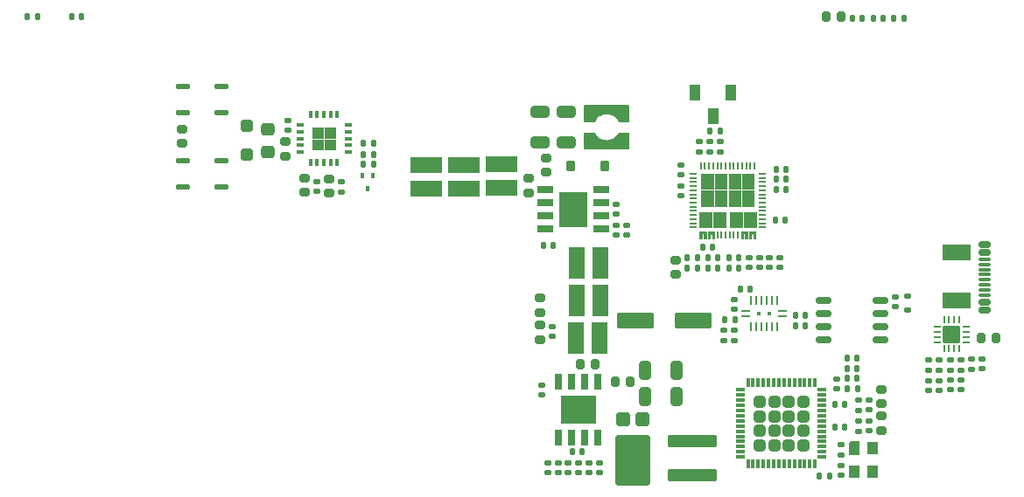
<source format=gbr>
%TF.GenerationSoftware,KiCad,Pcbnew,7.0.11+dfsg-1build4*%
%TF.CreationDate,2024-07-19T16:51:39+02:00*%
%TF.ProjectId,antmicro-poe-to-usbc-pd-adapter,616e746d-6963-4726-9f2d-706f652d746f,rev?*%
%TF.SameCoordinates,Original*%
%TF.FileFunction,Paste,Top*%
%TF.FilePolarity,Positive*%
%FSLAX46Y46*%
G04 Gerber Fmt 4.6, Leading zero omitted, Abs format (unit mm)*
G04 Created by KiCad (PCBNEW 7.0.11+dfsg-1build4) date 2024-07-19 16:51:39 commit  9a9195e *
%MOMM*%
%LPD*%
G01*
G04 APERTURE LIST*
G04 Aperture macros list*
%AMRoundRect*
0 Rectangle with rounded corners*
0 $1 Rounding radius*
0 $2 $3 $4 $5 $6 $7 $8 $9 X,Y pos of 4 corners*
0 Add a 4 corners polygon primitive as box body*
4,1,4,$2,$3,$4,$5,$6,$7,$8,$9,$2,$3,0*
0 Add four circle primitives for the rounded corners*
1,1,$1+$1,$2,$3*
1,1,$1+$1,$4,$5*
1,1,$1+$1,$6,$7*
1,1,$1+$1,$8,$9*
0 Add four rect primitives between the rounded corners*
20,1,$1+$1,$2,$3,$4,$5,0*
20,1,$1+$1,$4,$5,$6,$7,0*
20,1,$1+$1,$6,$7,$8,$9,0*
20,1,$1+$1,$8,$9,$2,$3,0*%
%AMOutline5P*
0 Free polygon, 5 corners , with rotation*
0 The origin of the aperture is its center*
0 number of corners: always 5*
0 $1 to $10 corner X, Y*
0 $11 Rotation angle, in degrees counterclockwise*
0 create outline with 5 corners*
4,1,5,$1,$2,$3,$4,$5,$6,$7,$8,$9,$10,$1,$2,$11*%
%AMOutline6P*
0 Free polygon, 6 corners , with rotation*
0 The origin of the aperture is its center*
0 number of corners: always 6*
0 $1 to $12 corner X, Y*
0 $13 Rotation angle, in degrees counterclockwise*
0 create outline with 6 corners*
4,1,6,$1,$2,$3,$4,$5,$6,$7,$8,$9,$10,$11,$12,$1,$2,$13*%
%AMOutline7P*
0 Free polygon, 7 corners , with rotation*
0 The origin of the aperture is its center*
0 number of corners: always 7*
0 $1 to $14 corner X, Y*
0 $15 Rotation angle, in degrees counterclockwise*
0 create outline with 7 corners*
4,1,7,$1,$2,$3,$4,$5,$6,$7,$8,$9,$10,$11,$12,$13,$14,$1,$2,$15*%
%AMOutline8P*
0 Free polygon, 8 corners , with rotation*
0 The origin of the aperture is its center*
0 number of corners: always 8*
0 $1 to $16 corner X, Y*
0 $17 Rotation angle, in degrees counterclockwise*
0 create outline with 8 corners*
4,1,8,$1,$2,$3,$4,$5,$6,$7,$8,$9,$10,$11,$12,$13,$14,$15,$16,$1,$2,$17*%
G04 Aperture macros list end*
%ADD10C,0.010000*%
%ADD11C,0.000100*%
%ADD12C,0.020000*%
%ADD13RoundRect,0.147500X0.147500X0.172500X-0.147500X0.172500X-0.147500X-0.172500X0.147500X-0.172500X0*%
%ADD14R,0.650000X1.525000*%
%ADD15R,3.400000X2.710000*%
%ADD16RoundRect,0.147500X-0.147500X-0.172500X0.147500X-0.172500X0.147500X0.172500X-0.147500X0.172500X0*%
%ADD17RoundRect,0.147500X0.172500X-0.147500X0.172500X0.147500X-0.172500X0.147500X-0.172500X-0.147500X0*%
%ADD18RoundRect,0.050000X0.050000X-0.300000X0.050000X0.300000X-0.050000X0.300000X-0.050000X-0.300000X0*%
%ADD19RoundRect,0.050000X0.300000X0.050000X-0.300000X0.050000X-0.300000X-0.050000X0.300000X-0.050000X0*%
%ADD20RoundRect,0.147500X-0.172500X0.147500X-0.172500X-0.147500X0.172500X-0.147500X0.172500X0.147500X0*%
%ADD21R,3.050000X1.520000*%
%ADD22RoundRect,0.250000X0.315000X0.315000X-0.315000X0.315000X-0.315000X-0.315000X0.315000X-0.315000X0*%
%ADD23RoundRect,0.075000X0.362500X0.075000X-0.362500X0.075000X-0.362500X-0.075000X0.362500X-0.075000X0*%
%ADD24RoundRect,0.075000X-0.075000X0.362500X-0.075000X-0.362500X0.075000X-0.362500X0.075000X0.362500X0*%
%ADD25RoundRect,0.077500X-0.297500X-0.077500X0.297500X-0.077500X0.297500X0.077500X-0.297500X0.077500X0*%
%ADD26RoundRect,0.077500X-0.077500X-0.297500X0.077500X-0.297500X0.077500X0.297500X-0.077500X0.297500X0*%
%ADD27RoundRect,0.160000X0.240000X0.340000X-0.240000X0.340000X-0.240000X-0.340000X0.240000X-0.340000X0*%
%ADD28R,1.520000X3.050000*%
%ADD29RoundRect,0.160000X-0.340000X0.240000X-0.340000X-0.240000X0.340000X-0.240000X0.340000X0.240000X0*%
%ADD30RoundRect,0.125000X-0.175000X0.125000X-0.175000X-0.125000X0.175000X-0.125000X0.175000X0.125000X0*%
%ADD31RoundRect,0.080000X2.070000X-0.320000X2.070000X0.320000X-2.070000X0.320000X-2.070000X-0.320000X0*%
%ADD32RoundRect,0.120000X-0.580000X-0.120000X0.580000X-0.120000X0.580000X0.120000X-0.580000X0.120000X0*%
%ADD33RoundRect,0.287500X0.612500X-0.287500X0.612500X0.287500X-0.612500X0.287500X-0.612500X-0.287500X0*%
%ADD34RoundRect,0.287500X-0.287500X-0.612500X0.287500X-0.612500X0.287500X0.612500X-0.287500X0.612500X0*%
%ADD35RoundRect,0.168000X1.512000X2.262000X-1.512000X2.262000X-1.512000X-2.262000X1.512000X-2.262000X0*%
%ADD36RoundRect,0.347500X-0.347500X-0.352500X0.347500X-0.352500X0.347500X0.352500X-0.347500X0.352500X0*%
%ADD37RoundRect,0.347500X0.347500X0.352500X-0.347500X0.352500X-0.347500X-0.352500X0.347500X-0.352500X0*%
%ADD38Outline5P,-0.650000X0.550000X0.650000X0.550000X0.650000X-0.550000X-0.430000X-0.550000X-0.650000X-0.330000X270.000000*%
%ADD39R,1.100000X1.300000*%
%ADD40RoundRect,0.160000X0.340000X-0.240000X0.340000X0.240000X-0.340000X0.240000X-0.340000X-0.240000X0*%
%ADD41R,1.000000X1.600000*%
%ADD42RoundRect,0.160000X1.590000X0.640000X-1.590000X0.640000X-1.590000X-0.640000X1.590000X-0.640000X0*%
%ADD43R,0.400000X0.510000*%
%ADD44RoundRect,0.135000X0.315000X0.340000X-0.315000X0.340000X-0.315000X-0.340000X0.315000X-0.340000X0*%
%ADD45RoundRect,0.300000X0.350000X-0.300000X0.350000X0.300000X-0.350000X0.300000X-0.350000X-0.300000X0*%
%ADD46RoundRect,0.300000X-0.300000X0.300000X-0.300000X-0.300000X0.300000X-0.300000X0.300000X0.300000X0*%
%ADD47R,1.525000X0.650000*%
%ADD48R,2.710000X3.400000*%
%ADD49RoundRect,0.100000X0.100000X-0.100000X0.100000X0.100000X-0.100000X0.100000X-0.100000X-0.100000X0*%
%ADD50O,0.850000X0.190000*%
%ADD51O,0.190000X0.850000*%
%ADD52RoundRect,0.050000X0.075000X-0.250000X0.075000X0.250000X-0.075000X0.250000X-0.075000X-0.250000X0*%
%ADD53RoundRect,0.050000X0.250000X0.075000X-0.250000X0.075000X-0.250000X-0.075000X0.250000X-0.075000X0*%
%ADD54RoundRect,0.050000X-0.075000X0.250000X-0.075000X-0.250000X0.075000X-0.250000X0.075000X0.250000X0*%
%ADD55RoundRect,0.050000X-0.250000X-0.075000X0.250000X-0.075000X0.250000X0.075000X-0.250000X0.075000X0*%
%ADD56RoundRect,0.050000X0.790000X-0.790000X0.790000X0.790000X-0.790000X0.790000X-0.790000X-0.790000X0*%
%ADD57RoundRect,0.150000X0.425000X-0.150000X0.425000X0.150000X-0.425000X0.150000X-0.425000X-0.150000X0*%
%ADD58RoundRect,0.075000X0.500000X-0.075000X0.500000X0.075000X-0.500000X0.075000X-0.500000X-0.075000X0*%
%ADD59R,2.750000X1.500000*%
%ADD60RoundRect,0.125000X2.225000X-0.500000X2.225000X0.500000X-2.225000X0.500000X-2.225000X-0.500000X0*%
%ADD61RoundRect,0.162500X0.600000X-0.162500X0.600000X0.162500X-0.600000X0.162500X-0.600000X-0.162500X0*%
G04 APERTURE END LIST*
%TO.C,U6*%
D10*
X206200000Y-151257000D02*
X205049000Y-151257000D01*
X205049000Y-149788000D01*
X206200000Y-149788000D01*
X206200000Y-151257000D01*
G36*
X206200000Y-151257000D02*
G01*
X205049000Y-151257000D01*
X205049000Y-149788000D01*
X206200000Y-149788000D01*
X206200000Y-151257000D01*
G37*
X207549000Y-151257000D02*
X206400000Y-151257000D01*
X206400000Y-149788000D01*
X207549000Y-149788000D01*
X207549000Y-151257000D01*
G36*
X207549000Y-151257000D02*
G01*
X206400000Y-151257000D01*
X206400000Y-149788000D01*
X207549000Y-149788000D01*
X207549000Y-151257000D01*
G37*
X209125000Y-151257000D02*
X207976000Y-151257000D01*
X207976000Y-149788000D01*
X209125000Y-149788000D01*
X209125000Y-151257000D01*
G36*
X209125000Y-151257000D02*
G01*
X207976000Y-151257000D01*
X207976000Y-149788000D01*
X209125000Y-149788000D01*
X209125000Y-151257000D01*
G37*
X210476000Y-151257000D02*
X209325000Y-151257000D01*
X209325000Y-149788000D01*
X210476000Y-149788000D01*
X210476000Y-151257000D01*
G36*
X210476000Y-151257000D02*
G01*
X209325000Y-151257000D01*
X209325000Y-149788000D01*
X210476000Y-149788000D01*
X210476000Y-151257000D01*
G37*
X206331000Y-149169000D02*
X205211000Y-149169000D01*
X205211000Y-147698000D01*
X206331000Y-147698000D01*
X206331000Y-149169000D01*
G36*
X206331000Y-149169000D02*
G01*
X205211000Y-149169000D01*
X205211000Y-147698000D01*
X206331000Y-147698000D01*
X206331000Y-149169000D01*
G37*
X207649000Y-149169000D02*
X206531000Y-149169000D01*
X206531000Y-147698000D01*
X207649000Y-147698000D01*
X207649000Y-149169000D01*
G36*
X207649000Y-149169000D02*
G01*
X206531000Y-149169000D01*
X206531000Y-147698000D01*
X207649000Y-147698000D01*
X207649000Y-149169000D01*
G37*
X208970000Y-149169000D02*
X207851000Y-149169000D01*
X207851000Y-147698000D01*
X208970000Y-147698000D01*
X208970000Y-149169000D01*
G36*
X208970000Y-149169000D02*
G01*
X207851000Y-149169000D01*
X207851000Y-147698000D01*
X208970000Y-147698000D01*
X208970000Y-149169000D01*
G37*
X210290000Y-149169000D02*
X209170000Y-149169000D01*
X209170000Y-147698000D01*
X210290000Y-147698000D01*
X210290000Y-149169000D01*
G36*
X210290000Y-149169000D02*
G01*
X209170000Y-149169000D01*
X209170000Y-147698000D01*
X210290000Y-147698000D01*
X210290000Y-149169000D01*
G37*
X206331000Y-147499000D02*
X205211000Y-147499000D01*
X205211000Y-146027000D01*
X206331000Y-146027000D01*
X206331000Y-147499000D01*
G36*
X206331000Y-147499000D02*
G01*
X205211000Y-147499000D01*
X205211000Y-146027000D01*
X206331000Y-146027000D01*
X206331000Y-147499000D01*
G37*
X207649000Y-147499000D02*
X206531000Y-147499000D01*
X206531000Y-146027000D01*
X207649000Y-146027000D01*
X207649000Y-147499000D01*
G36*
X207649000Y-147499000D02*
G01*
X206531000Y-147499000D01*
X206531000Y-146027000D01*
X207649000Y-146027000D01*
X207649000Y-147499000D01*
G37*
X208970000Y-147499000D02*
X207851000Y-147499000D01*
X207851000Y-146027000D01*
X208970000Y-146027000D01*
X208970000Y-147499000D01*
G36*
X208970000Y-147499000D02*
G01*
X207851000Y-147499000D01*
X207851000Y-146027000D01*
X208970000Y-146027000D01*
X208970000Y-147499000D01*
G37*
X210290000Y-147499000D02*
X209170000Y-147499000D01*
X209170000Y-146027000D01*
X210290000Y-146027000D01*
X210290000Y-147499000D01*
G36*
X210290000Y-147499000D02*
G01*
X209170000Y-147499000D01*
X209170000Y-146027000D01*
X210290000Y-146027000D01*
X210290000Y-147499000D01*
G37*
D11*
X210407000Y-151648000D02*
X210411000Y-151648000D01*
X210412000Y-151650000D01*
X210415000Y-151650000D01*
X210419000Y-151651000D01*
X210423000Y-151652000D01*
X210424000Y-151655000D01*
X210427000Y-151655000D01*
X210428000Y-151658000D01*
X210431000Y-151659000D01*
X210432000Y-151660000D01*
X210435000Y-151663000D01*
X210436000Y-151664000D01*
X210440000Y-151667000D01*
X210440000Y-151668000D01*
X210443000Y-151671000D01*
X210444000Y-151672000D01*
X210444000Y-151675000D01*
X210447000Y-151678000D01*
X210448000Y-151679000D01*
X210448000Y-151683000D01*
X210448000Y-151684000D01*
X210448000Y-151687000D01*
X210448000Y-151690000D01*
X210451000Y-151692000D01*
X210451000Y-151695000D01*
X210451000Y-151698000D01*
X210451000Y-152297000D01*
X210451000Y-152300000D01*
X210451000Y-152303000D01*
X210448000Y-152305000D01*
X210448000Y-152308000D01*
X210448000Y-152311000D01*
X210448000Y-152312000D01*
X210448000Y-152316000D01*
X210447000Y-152317000D01*
X210444000Y-152320000D01*
X210444000Y-152323000D01*
X210443000Y-152324000D01*
X210440000Y-152327000D01*
X210440000Y-152328000D01*
X210436000Y-152331000D01*
X210435000Y-152332000D01*
X210432000Y-152335000D01*
X210431000Y-152336000D01*
X210428000Y-152337000D01*
X210427000Y-152340000D01*
X210424000Y-152340000D01*
X210423000Y-152343000D01*
X210419000Y-152344000D01*
X210415000Y-152345000D01*
X210412000Y-152345000D01*
X210411000Y-152347000D01*
X210407000Y-152347000D01*
X210404000Y-152348000D01*
X210403000Y-152348000D01*
X210399000Y-152348000D01*
X210299000Y-152348000D01*
X210298000Y-152348000D01*
X210294000Y-152348000D01*
X210291000Y-152347000D01*
X210290000Y-152347000D01*
X210286000Y-152345000D01*
X210282000Y-152344000D01*
X210279000Y-152344000D01*
X210278000Y-152343000D01*
X210274000Y-152340000D01*
X210270000Y-152337000D01*
X210270000Y-152336000D01*
X210266000Y-152335000D01*
X210266000Y-152332000D01*
X210262000Y-152331000D01*
X210262000Y-152328000D01*
X210259000Y-152327000D01*
X210258000Y-152324000D01*
X210258000Y-152323000D01*
X210254000Y-152320000D01*
X210254000Y-152317000D01*
X210254000Y-152316000D01*
X210251000Y-152312000D01*
X210251000Y-152311000D01*
X210250000Y-152308000D01*
X210250000Y-152305000D01*
X210250000Y-152303000D01*
X210250000Y-152300000D01*
X210250000Y-152297000D01*
X210250000Y-151897000D01*
X210250000Y-151894000D01*
X210250000Y-151893000D01*
X210250000Y-151889000D01*
X210249000Y-151885000D01*
X210249000Y-151882000D01*
X210246000Y-151881000D01*
X210246000Y-151877000D01*
X210246000Y-151874000D01*
X210242000Y-151873000D01*
X210242000Y-151870000D01*
X210241000Y-151869000D01*
X210238000Y-151866000D01*
X210238000Y-151865000D01*
X210234000Y-151862000D01*
X210234000Y-151861000D01*
X210230000Y-151858000D01*
X210230000Y-151857000D01*
X210226000Y-151857000D01*
X210226000Y-151854000D01*
X210222000Y-151853000D01*
X210221000Y-151853000D01*
X210218000Y-151850000D01*
X210214000Y-151849000D01*
X210210000Y-151849000D01*
X210209000Y-151849000D01*
X210206000Y-151849000D01*
X210202000Y-151849000D01*
X210201000Y-151849000D01*
X210101000Y-151849000D01*
X210097000Y-151849000D01*
X210096000Y-151849000D01*
X210093000Y-151849000D01*
X210089000Y-151849000D01*
X210088000Y-151849000D01*
X210085000Y-151849000D01*
X210081000Y-151850000D01*
X210081000Y-151853000D01*
X210077000Y-151853000D01*
X210076000Y-151854000D01*
X210073000Y-151857000D01*
X210072000Y-151857000D01*
X210069000Y-151858000D01*
X210068000Y-151861000D01*
X210065000Y-151862000D01*
X210064000Y-151865000D01*
X210061000Y-151866000D01*
X210061000Y-151869000D01*
X210057000Y-151870000D01*
X210057000Y-151873000D01*
X210056000Y-151874000D01*
X210053000Y-151877000D01*
X210052000Y-151881000D01*
X210052000Y-151882000D01*
X210052000Y-151885000D01*
X210052000Y-151889000D01*
X210049000Y-151893000D01*
X210049000Y-151894000D01*
X210049000Y-151897000D01*
X210049000Y-152297000D01*
X210049000Y-152300000D01*
X210049000Y-152303000D01*
X210048000Y-152305000D01*
X210048000Y-152308000D01*
X210048000Y-152311000D01*
X210048000Y-152312000D01*
X210048000Y-152316000D01*
X210045000Y-152317000D01*
X210044000Y-152320000D01*
X210044000Y-152323000D01*
X210041000Y-152324000D01*
X210040000Y-152327000D01*
X210040000Y-152328000D01*
X210036000Y-152331000D01*
X210036000Y-152332000D01*
X210032000Y-152335000D01*
X210032000Y-152336000D01*
X210028000Y-152337000D01*
X210028000Y-152340000D01*
X210024000Y-152340000D01*
X210024000Y-152343000D01*
X210020000Y-152344000D01*
X210017000Y-152344000D01*
X210016000Y-152345000D01*
X210012000Y-152345000D01*
X210009000Y-152347000D01*
X210008000Y-152347000D01*
X210004000Y-152348000D01*
X210000000Y-152348000D01*
X209899000Y-152348000D01*
X209896000Y-152348000D01*
X209895000Y-152348000D01*
X209891000Y-152347000D01*
X209887000Y-152345000D01*
X209884000Y-152345000D01*
X209883000Y-152344000D01*
X209879000Y-152344000D01*
X209876000Y-152343000D01*
X209875000Y-152340000D01*
X209874000Y-152340000D01*
X209871000Y-152337000D01*
X209870000Y-152336000D01*
X209867000Y-152335000D01*
X209866000Y-152332000D01*
X209863000Y-152331000D01*
X209862000Y-152328000D01*
X209859000Y-152327000D01*
X209859000Y-152324000D01*
X209858000Y-152323000D01*
X209855000Y-152320000D01*
X209855000Y-152317000D01*
X209854000Y-152316000D01*
X209851000Y-152312000D01*
X209851000Y-152311000D01*
X209851000Y-152308000D01*
X209851000Y-152305000D01*
X209851000Y-152303000D01*
X209851000Y-152300000D01*
X209851000Y-152297000D01*
X209851000Y-151698000D01*
X209851000Y-151695000D01*
X209851000Y-151692000D01*
X209851000Y-151690000D01*
X209851000Y-151687000D01*
X209851000Y-151684000D01*
X209851000Y-151683000D01*
X209854000Y-151679000D01*
X209855000Y-151678000D01*
X209855000Y-151675000D01*
X209858000Y-151672000D01*
X209859000Y-151671000D01*
X209859000Y-151668000D01*
X209862000Y-151667000D01*
X209863000Y-151664000D01*
X209866000Y-151663000D01*
X209867000Y-151660000D01*
X209870000Y-151659000D01*
X209871000Y-151658000D01*
X209874000Y-151655000D01*
X209875000Y-151655000D01*
X209876000Y-151652000D01*
X209879000Y-151651000D01*
X209883000Y-151651000D01*
X209884000Y-151650000D01*
X209887000Y-151650000D01*
X209891000Y-151648000D01*
X209895000Y-151647000D01*
X209896000Y-151647000D01*
X209899000Y-151647000D01*
X210399000Y-151647000D01*
X210403000Y-151647000D01*
X210404000Y-151647000D01*
X210407000Y-151648000D01*
G36*
X210407000Y-151648000D02*
G01*
X210411000Y-151648000D01*
X210412000Y-151650000D01*
X210415000Y-151650000D01*
X210419000Y-151651000D01*
X210423000Y-151652000D01*
X210424000Y-151655000D01*
X210427000Y-151655000D01*
X210428000Y-151658000D01*
X210431000Y-151659000D01*
X210432000Y-151660000D01*
X210435000Y-151663000D01*
X210436000Y-151664000D01*
X210440000Y-151667000D01*
X210440000Y-151668000D01*
X210443000Y-151671000D01*
X210444000Y-151672000D01*
X210444000Y-151675000D01*
X210447000Y-151678000D01*
X210448000Y-151679000D01*
X210448000Y-151683000D01*
X210448000Y-151684000D01*
X210448000Y-151687000D01*
X210448000Y-151690000D01*
X210451000Y-151692000D01*
X210451000Y-151695000D01*
X210451000Y-151698000D01*
X210451000Y-152297000D01*
X210451000Y-152300000D01*
X210451000Y-152303000D01*
X210448000Y-152305000D01*
X210448000Y-152308000D01*
X210448000Y-152311000D01*
X210448000Y-152312000D01*
X210448000Y-152316000D01*
X210447000Y-152317000D01*
X210444000Y-152320000D01*
X210444000Y-152323000D01*
X210443000Y-152324000D01*
X210440000Y-152327000D01*
X210440000Y-152328000D01*
X210436000Y-152331000D01*
X210435000Y-152332000D01*
X210432000Y-152335000D01*
X210431000Y-152336000D01*
X210428000Y-152337000D01*
X210427000Y-152340000D01*
X210424000Y-152340000D01*
X210423000Y-152343000D01*
X210419000Y-152344000D01*
X210415000Y-152345000D01*
X210412000Y-152345000D01*
X210411000Y-152347000D01*
X210407000Y-152347000D01*
X210404000Y-152348000D01*
X210403000Y-152348000D01*
X210399000Y-152348000D01*
X210299000Y-152348000D01*
X210298000Y-152348000D01*
X210294000Y-152348000D01*
X210291000Y-152347000D01*
X210290000Y-152347000D01*
X210286000Y-152345000D01*
X210282000Y-152344000D01*
X210279000Y-152344000D01*
X210278000Y-152343000D01*
X210274000Y-152340000D01*
X210270000Y-152337000D01*
X210270000Y-152336000D01*
X210266000Y-152335000D01*
X210266000Y-152332000D01*
X210262000Y-152331000D01*
X210262000Y-152328000D01*
X210259000Y-152327000D01*
X210258000Y-152324000D01*
X210258000Y-152323000D01*
X210254000Y-152320000D01*
X210254000Y-152317000D01*
X210254000Y-152316000D01*
X210251000Y-152312000D01*
X210251000Y-152311000D01*
X210250000Y-152308000D01*
X210250000Y-152305000D01*
X210250000Y-152303000D01*
X210250000Y-152300000D01*
X210250000Y-152297000D01*
X210250000Y-151897000D01*
X210250000Y-151894000D01*
X210250000Y-151893000D01*
X210250000Y-151889000D01*
X210249000Y-151885000D01*
X210249000Y-151882000D01*
X210246000Y-151881000D01*
X210246000Y-151877000D01*
X210246000Y-151874000D01*
X210242000Y-151873000D01*
X210242000Y-151870000D01*
X210241000Y-151869000D01*
X210238000Y-151866000D01*
X210238000Y-151865000D01*
X210234000Y-151862000D01*
X210234000Y-151861000D01*
X210230000Y-151858000D01*
X210230000Y-151857000D01*
X210226000Y-151857000D01*
X210226000Y-151854000D01*
X210222000Y-151853000D01*
X210221000Y-151853000D01*
X210218000Y-151850000D01*
X210214000Y-151849000D01*
X210210000Y-151849000D01*
X210209000Y-151849000D01*
X210206000Y-151849000D01*
X210202000Y-151849000D01*
X210201000Y-151849000D01*
X210101000Y-151849000D01*
X210097000Y-151849000D01*
X210096000Y-151849000D01*
X210093000Y-151849000D01*
X210089000Y-151849000D01*
X210088000Y-151849000D01*
X210085000Y-151849000D01*
X210081000Y-151850000D01*
X210081000Y-151853000D01*
X210077000Y-151853000D01*
X210076000Y-151854000D01*
X210073000Y-151857000D01*
X210072000Y-151857000D01*
X210069000Y-151858000D01*
X210068000Y-151861000D01*
X210065000Y-151862000D01*
X210064000Y-151865000D01*
X210061000Y-151866000D01*
X210061000Y-151869000D01*
X210057000Y-151870000D01*
X210057000Y-151873000D01*
X210056000Y-151874000D01*
X210053000Y-151877000D01*
X210052000Y-151881000D01*
X210052000Y-151882000D01*
X210052000Y-151885000D01*
X210052000Y-151889000D01*
X210049000Y-151893000D01*
X210049000Y-151894000D01*
X210049000Y-151897000D01*
X210049000Y-152297000D01*
X210049000Y-152300000D01*
X210049000Y-152303000D01*
X210048000Y-152305000D01*
X210048000Y-152308000D01*
X210048000Y-152311000D01*
X210048000Y-152312000D01*
X210048000Y-152316000D01*
X210045000Y-152317000D01*
X210044000Y-152320000D01*
X210044000Y-152323000D01*
X210041000Y-152324000D01*
X210040000Y-152327000D01*
X210040000Y-152328000D01*
X210036000Y-152331000D01*
X210036000Y-152332000D01*
X210032000Y-152335000D01*
X210032000Y-152336000D01*
X210028000Y-152337000D01*
X210028000Y-152340000D01*
X210024000Y-152340000D01*
X210024000Y-152343000D01*
X210020000Y-152344000D01*
X210017000Y-152344000D01*
X210016000Y-152345000D01*
X210012000Y-152345000D01*
X210009000Y-152347000D01*
X210008000Y-152347000D01*
X210004000Y-152348000D01*
X210000000Y-152348000D01*
X209899000Y-152348000D01*
X209896000Y-152348000D01*
X209895000Y-152348000D01*
X209891000Y-152347000D01*
X209887000Y-152345000D01*
X209884000Y-152345000D01*
X209883000Y-152344000D01*
X209879000Y-152344000D01*
X209876000Y-152343000D01*
X209875000Y-152340000D01*
X209874000Y-152340000D01*
X209871000Y-152337000D01*
X209870000Y-152336000D01*
X209867000Y-152335000D01*
X209866000Y-152332000D01*
X209863000Y-152331000D01*
X209862000Y-152328000D01*
X209859000Y-152327000D01*
X209859000Y-152324000D01*
X209858000Y-152323000D01*
X209855000Y-152320000D01*
X209855000Y-152317000D01*
X209854000Y-152316000D01*
X209851000Y-152312000D01*
X209851000Y-152311000D01*
X209851000Y-152308000D01*
X209851000Y-152305000D01*
X209851000Y-152303000D01*
X209851000Y-152300000D01*
X209851000Y-152297000D01*
X209851000Y-151698000D01*
X209851000Y-151695000D01*
X209851000Y-151692000D01*
X209851000Y-151690000D01*
X209851000Y-151687000D01*
X209851000Y-151684000D01*
X209851000Y-151683000D01*
X209854000Y-151679000D01*
X209855000Y-151678000D01*
X209855000Y-151675000D01*
X209858000Y-151672000D01*
X209859000Y-151671000D01*
X209859000Y-151668000D01*
X209862000Y-151667000D01*
X209863000Y-151664000D01*
X209866000Y-151663000D01*
X209867000Y-151660000D01*
X209870000Y-151659000D01*
X209871000Y-151658000D01*
X209874000Y-151655000D01*
X209875000Y-151655000D01*
X209876000Y-151652000D01*
X209879000Y-151651000D01*
X209883000Y-151651000D01*
X209884000Y-151650000D01*
X209887000Y-151650000D01*
X209891000Y-151648000D01*
X209895000Y-151647000D01*
X209896000Y-151647000D01*
X209899000Y-151647000D01*
X210399000Y-151647000D01*
X210403000Y-151647000D01*
X210404000Y-151647000D01*
X210407000Y-151648000D01*
G37*
X205609000Y-151648000D02*
X205610000Y-151648000D01*
X205614000Y-151650000D01*
X205615000Y-151650000D01*
X205618000Y-151651000D01*
X205621000Y-151651000D01*
X205623000Y-151652000D01*
X205626000Y-151655000D01*
X205630000Y-151658000D01*
X205630000Y-151659000D01*
X205634000Y-151660000D01*
X205634000Y-151663000D01*
X205638000Y-151664000D01*
X205638000Y-151667000D01*
X205641000Y-151668000D01*
X205642000Y-151671000D01*
X205642000Y-151672000D01*
X205646000Y-151675000D01*
X205646000Y-151678000D01*
X205646000Y-151679000D01*
X205649000Y-151683000D01*
X205649000Y-151684000D01*
X205650000Y-151687000D01*
X205650000Y-151690000D01*
X205650000Y-151692000D01*
X205650000Y-151695000D01*
X205650000Y-151698000D01*
X205650000Y-152297000D01*
X205650000Y-152300000D01*
X205650000Y-152303000D01*
X205650000Y-152305000D01*
X205650000Y-152308000D01*
X205649000Y-152311000D01*
X205649000Y-152312000D01*
X205646000Y-152316000D01*
X205646000Y-152317000D01*
X205646000Y-152320000D01*
X205642000Y-152323000D01*
X205642000Y-152324000D01*
X205641000Y-152327000D01*
X205638000Y-152328000D01*
X205638000Y-152331000D01*
X205634000Y-152332000D01*
X205634000Y-152335000D01*
X205630000Y-152336000D01*
X205630000Y-152337000D01*
X205626000Y-152340000D01*
X205623000Y-152343000D01*
X205621000Y-152344000D01*
X205618000Y-152344000D01*
X205615000Y-152345000D01*
X205614000Y-152345000D01*
X205610000Y-152347000D01*
X205609000Y-152347000D01*
X205606000Y-152348000D01*
X205603000Y-152348000D01*
X205601000Y-152348000D01*
X205501000Y-152348000D01*
X205497000Y-152348000D01*
X205496000Y-152348000D01*
X205493000Y-152347000D01*
X205490000Y-152347000D01*
X205488000Y-152345000D01*
X205485000Y-152345000D01*
X205482000Y-152344000D01*
X205481000Y-152344000D01*
X205477000Y-152343000D01*
X205476000Y-152340000D01*
X205473000Y-152340000D01*
X205472000Y-152337000D01*
X205469000Y-152336000D01*
X205468000Y-152335000D01*
X205465000Y-152332000D01*
X205464000Y-152331000D01*
X205461000Y-152328000D01*
X205461000Y-152327000D01*
X205458000Y-152324000D01*
X205457000Y-152323000D01*
X205456000Y-152320000D01*
X205454000Y-152317000D01*
X205453000Y-152316000D01*
X205453000Y-152312000D01*
X205453000Y-152311000D01*
X205452000Y-152308000D01*
X205452000Y-152305000D01*
X205450000Y-152303000D01*
X205450000Y-152300000D01*
X205450000Y-152297000D01*
X205450000Y-151897000D01*
X205450000Y-151894000D01*
X205450000Y-151893000D01*
X205449000Y-151889000D01*
X205449000Y-151885000D01*
X205449000Y-151882000D01*
X205448000Y-151881000D01*
X205446000Y-151877000D01*
X205444000Y-151874000D01*
X205444000Y-151873000D01*
X205443000Y-151870000D01*
X205440000Y-151869000D01*
X205440000Y-151866000D01*
X205436000Y-151865000D01*
X205436000Y-151862000D01*
X205432000Y-151861000D01*
X205432000Y-151858000D01*
X205428000Y-151857000D01*
X205424000Y-151854000D01*
X205424000Y-151853000D01*
X205420000Y-151853000D01*
X205419000Y-151850000D01*
X205416000Y-151849000D01*
X205412000Y-151849000D01*
X205411000Y-151849000D01*
X205408000Y-151849000D01*
X205404000Y-151849000D01*
X205400000Y-151849000D01*
X205299000Y-151849000D01*
X205298000Y-151849000D01*
X205295000Y-151849000D01*
X205291000Y-151849000D01*
X205287000Y-151849000D01*
X205286000Y-151849000D01*
X205283000Y-151850000D01*
X205279000Y-151853000D01*
X205278000Y-151853000D01*
X205275000Y-151854000D01*
X205274000Y-151857000D01*
X205271000Y-151857000D01*
X205270000Y-151858000D01*
X205267000Y-151861000D01*
X205266000Y-151862000D01*
X205263000Y-151865000D01*
X205262000Y-151866000D01*
X205259000Y-151869000D01*
X205259000Y-151870000D01*
X205258000Y-151873000D01*
X205255000Y-151874000D01*
X205255000Y-151877000D01*
X205254000Y-151881000D01*
X205251000Y-151882000D01*
X205251000Y-151885000D01*
X205251000Y-151889000D01*
X205251000Y-151893000D01*
X205251000Y-151894000D01*
X205251000Y-151897000D01*
X205251000Y-152297000D01*
X205251000Y-152300000D01*
X205251000Y-152303000D01*
X205250000Y-152305000D01*
X205250000Y-152308000D01*
X205248000Y-152311000D01*
X205248000Y-152312000D01*
X205247000Y-152316000D01*
X205247000Y-152317000D01*
X205246000Y-152320000D01*
X205243000Y-152323000D01*
X205243000Y-152324000D01*
X205240000Y-152327000D01*
X205239000Y-152328000D01*
X205238000Y-152331000D01*
X205235000Y-152332000D01*
X205234000Y-152335000D01*
X205231000Y-152336000D01*
X205230000Y-152337000D01*
X205227000Y-152340000D01*
X205226000Y-152340000D01*
X205223000Y-152343000D01*
X205220000Y-152344000D01*
X205219000Y-152344000D01*
X205215000Y-152345000D01*
X205214000Y-152345000D01*
X205211000Y-152347000D01*
X205208000Y-152347000D01*
X205206000Y-152348000D01*
X205203000Y-152348000D01*
X205200000Y-152348000D01*
X205101000Y-152348000D01*
X205098000Y-152348000D01*
X205095000Y-152348000D01*
X205093000Y-152347000D01*
X205090000Y-152347000D01*
X205087000Y-152345000D01*
X205086000Y-152345000D01*
X205082000Y-152344000D01*
X205081000Y-152344000D01*
X205078000Y-152343000D01*
X205075000Y-152340000D01*
X205074000Y-152340000D01*
X205071000Y-152337000D01*
X205070000Y-152336000D01*
X205067000Y-152335000D01*
X205066000Y-152332000D01*
X205063000Y-152331000D01*
X205061000Y-152328000D01*
X205061000Y-152327000D01*
X205057000Y-152324000D01*
X205057000Y-152323000D01*
X205056000Y-152320000D01*
X205053000Y-152317000D01*
X205053000Y-152316000D01*
X205053000Y-152312000D01*
X205053000Y-152311000D01*
X205052000Y-152308000D01*
X205052000Y-152305000D01*
X205049000Y-152303000D01*
X205049000Y-152300000D01*
X205049000Y-152297000D01*
X205049000Y-151698000D01*
X205049000Y-151695000D01*
X205049000Y-151692000D01*
X205052000Y-151690000D01*
X205052000Y-151687000D01*
X205053000Y-151684000D01*
X205053000Y-151683000D01*
X205053000Y-151679000D01*
X205053000Y-151678000D01*
X205056000Y-151675000D01*
X205057000Y-151672000D01*
X205057000Y-151671000D01*
X205061000Y-151668000D01*
X205061000Y-151667000D01*
X205063000Y-151664000D01*
X205066000Y-151663000D01*
X205067000Y-151660000D01*
X205070000Y-151659000D01*
X205071000Y-151658000D01*
X205074000Y-151655000D01*
X205075000Y-151655000D01*
X205078000Y-151652000D01*
X205081000Y-151651000D01*
X205082000Y-151651000D01*
X205086000Y-151650000D01*
X205087000Y-151650000D01*
X205090000Y-151648000D01*
X205093000Y-151648000D01*
X205095000Y-151647000D01*
X205098000Y-151647000D01*
X205101000Y-151647000D01*
X205601000Y-151647000D01*
X205603000Y-151647000D01*
X205606000Y-151647000D01*
X205609000Y-151648000D01*
G36*
X205609000Y-151648000D02*
G01*
X205610000Y-151648000D01*
X205614000Y-151650000D01*
X205615000Y-151650000D01*
X205618000Y-151651000D01*
X205621000Y-151651000D01*
X205623000Y-151652000D01*
X205626000Y-151655000D01*
X205630000Y-151658000D01*
X205630000Y-151659000D01*
X205634000Y-151660000D01*
X205634000Y-151663000D01*
X205638000Y-151664000D01*
X205638000Y-151667000D01*
X205641000Y-151668000D01*
X205642000Y-151671000D01*
X205642000Y-151672000D01*
X205646000Y-151675000D01*
X205646000Y-151678000D01*
X205646000Y-151679000D01*
X205649000Y-151683000D01*
X205649000Y-151684000D01*
X205650000Y-151687000D01*
X205650000Y-151690000D01*
X205650000Y-151692000D01*
X205650000Y-151695000D01*
X205650000Y-151698000D01*
X205650000Y-152297000D01*
X205650000Y-152300000D01*
X205650000Y-152303000D01*
X205650000Y-152305000D01*
X205650000Y-152308000D01*
X205649000Y-152311000D01*
X205649000Y-152312000D01*
X205646000Y-152316000D01*
X205646000Y-152317000D01*
X205646000Y-152320000D01*
X205642000Y-152323000D01*
X205642000Y-152324000D01*
X205641000Y-152327000D01*
X205638000Y-152328000D01*
X205638000Y-152331000D01*
X205634000Y-152332000D01*
X205634000Y-152335000D01*
X205630000Y-152336000D01*
X205630000Y-152337000D01*
X205626000Y-152340000D01*
X205623000Y-152343000D01*
X205621000Y-152344000D01*
X205618000Y-152344000D01*
X205615000Y-152345000D01*
X205614000Y-152345000D01*
X205610000Y-152347000D01*
X205609000Y-152347000D01*
X205606000Y-152348000D01*
X205603000Y-152348000D01*
X205601000Y-152348000D01*
X205501000Y-152348000D01*
X205497000Y-152348000D01*
X205496000Y-152348000D01*
X205493000Y-152347000D01*
X205490000Y-152347000D01*
X205488000Y-152345000D01*
X205485000Y-152345000D01*
X205482000Y-152344000D01*
X205481000Y-152344000D01*
X205477000Y-152343000D01*
X205476000Y-152340000D01*
X205473000Y-152340000D01*
X205472000Y-152337000D01*
X205469000Y-152336000D01*
X205468000Y-152335000D01*
X205465000Y-152332000D01*
X205464000Y-152331000D01*
X205461000Y-152328000D01*
X205461000Y-152327000D01*
X205458000Y-152324000D01*
X205457000Y-152323000D01*
X205456000Y-152320000D01*
X205454000Y-152317000D01*
X205453000Y-152316000D01*
X205453000Y-152312000D01*
X205453000Y-152311000D01*
X205452000Y-152308000D01*
X205452000Y-152305000D01*
X205450000Y-152303000D01*
X205450000Y-152300000D01*
X205450000Y-152297000D01*
X205450000Y-151897000D01*
X205450000Y-151894000D01*
X205450000Y-151893000D01*
X205449000Y-151889000D01*
X205449000Y-151885000D01*
X205449000Y-151882000D01*
X205448000Y-151881000D01*
X205446000Y-151877000D01*
X205444000Y-151874000D01*
X205444000Y-151873000D01*
X205443000Y-151870000D01*
X205440000Y-151869000D01*
X205440000Y-151866000D01*
X205436000Y-151865000D01*
X205436000Y-151862000D01*
X205432000Y-151861000D01*
X205432000Y-151858000D01*
X205428000Y-151857000D01*
X205424000Y-151854000D01*
X205424000Y-151853000D01*
X205420000Y-151853000D01*
X205419000Y-151850000D01*
X205416000Y-151849000D01*
X205412000Y-151849000D01*
X205411000Y-151849000D01*
X205408000Y-151849000D01*
X205404000Y-151849000D01*
X205400000Y-151849000D01*
X205299000Y-151849000D01*
X205298000Y-151849000D01*
X205295000Y-151849000D01*
X205291000Y-151849000D01*
X205287000Y-151849000D01*
X205286000Y-151849000D01*
X205283000Y-151850000D01*
X205279000Y-151853000D01*
X205278000Y-151853000D01*
X205275000Y-151854000D01*
X205274000Y-151857000D01*
X205271000Y-151857000D01*
X205270000Y-151858000D01*
X205267000Y-151861000D01*
X205266000Y-151862000D01*
X205263000Y-151865000D01*
X205262000Y-151866000D01*
X205259000Y-151869000D01*
X205259000Y-151870000D01*
X205258000Y-151873000D01*
X205255000Y-151874000D01*
X205255000Y-151877000D01*
X205254000Y-151881000D01*
X205251000Y-151882000D01*
X205251000Y-151885000D01*
X205251000Y-151889000D01*
X205251000Y-151893000D01*
X205251000Y-151894000D01*
X205251000Y-151897000D01*
X205251000Y-152297000D01*
X205251000Y-152300000D01*
X205251000Y-152303000D01*
X205250000Y-152305000D01*
X205250000Y-152308000D01*
X205248000Y-152311000D01*
X205248000Y-152312000D01*
X205247000Y-152316000D01*
X205247000Y-152317000D01*
X205246000Y-152320000D01*
X205243000Y-152323000D01*
X205243000Y-152324000D01*
X205240000Y-152327000D01*
X205239000Y-152328000D01*
X205238000Y-152331000D01*
X205235000Y-152332000D01*
X205234000Y-152335000D01*
X205231000Y-152336000D01*
X205230000Y-152337000D01*
X205227000Y-152340000D01*
X205226000Y-152340000D01*
X205223000Y-152343000D01*
X205220000Y-152344000D01*
X205219000Y-152344000D01*
X205215000Y-152345000D01*
X205214000Y-152345000D01*
X205211000Y-152347000D01*
X205208000Y-152347000D01*
X205206000Y-152348000D01*
X205203000Y-152348000D01*
X205200000Y-152348000D01*
X205101000Y-152348000D01*
X205098000Y-152348000D01*
X205095000Y-152348000D01*
X205093000Y-152347000D01*
X205090000Y-152347000D01*
X205087000Y-152345000D01*
X205086000Y-152345000D01*
X205082000Y-152344000D01*
X205081000Y-152344000D01*
X205078000Y-152343000D01*
X205075000Y-152340000D01*
X205074000Y-152340000D01*
X205071000Y-152337000D01*
X205070000Y-152336000D01*
X205067000Y-152335000D01*
X205066000Y-152332000D01*
X205063000Y-152331000D01*
X205061000Y-152328000D01*
X205061000Y-152327000D01*
X205057000Y-152324000D01*
X205057000Y-152323000D01*
X205056000Y-152320000D01*
X205053000Y-152317000D01*
X205053000Y-152316000D01*
X205053000Y-152312000D01*
X205053000Y-152311000D01*
X205052000Y-152308000D01*
X205052000Y-152305000D01*
X205049000Y-152303000D01*
X205049000Y-152300000D01*
X205049000Y-152297000D01*
X205049000Y-151698000D01*
X205049000Y-151695000D01*
X205049000Y-151692000D01*
X205052000Y-151690000D01*
X205052000Y-151687000D01*
X205053000Y-151684000D01*
X205053000Y-151683000D01*
X205053000Y-151679000D01*
X205053000Y-151678000D01*
X205056000Y-151675000D01*
X205057000Y-151672000D01*
X205057000Y-151671000D01*
X205061000Y-151668000D01*
X205061000Y-151667000D01*
X205063000Y-151664000D01*
X205066000Y-151663000D01*
X205067000Y-151660000D01*
X205070000Y-151659000D01*
X205071000Y-151658000D01*
X205074000Y-151655000D01*
X205075000Y-151655000D01*
X205078000Y-151652000D01*
X205081000Y-151651000D01*
X205082000Y-151651000D01*
X205086000Y-151650000D01*
X205087000Y-151650000D01*
X205090000Y-151648000D01*
X205093000Y-151648000D01*
X205095000Y-151647000D01*
X205098000Y-151647000D01*
X205101000Y-151647000D01*
X205601000Y-151647000D01*
X205603000Y-151647000D01*
X205606000Y-151647000D01*
X205609000Y-151648000D01*
G37*
X206408000Y-151648000D02*
X206410000Y-151648000D01*
X206414000Y-151650000D01*
X206416000Y-151650000D01*
X206418000Y-151651000D01*
X206420000Y-151651000D01*
X206424000Y-151652000D01*
X206426000Y-151655000D01*
X206428000Y-151655000D01*
X206430000Y-151658000D01*
X206432000Y-151659000D01*
X206434000Y-151660000D01*
X206436000Y-151663000D01*
X206438000Y-151664000D01*
X206440000Y-151667000D01*
X206440000Y-151668000D01*
X206442000Y-151671000D01*
X206444000Y-151672000D01*
X206446000Y-151675000D01*
X206446000Y-151678000D01*
X206448000Y-151679000D01*
X206448000Y-151683000D01*
X206448000Y-151684000D01*
X206450000Y-151687000D01*
X206450000Y-151690000D01*
X206450000Y-151692000D01*
X206450000Y-151695000D01*
X206450000Y-151698000D01*
X206450000Y-152297000D01*
X206450000Y-152300000D01*
X206450000Y-152303000D01*
X206450000Y-152305000D01*
X206450000Y-152308000D01*
X206448000Y-152311000D01*
X206448000Y-152312000D01*
X206448000Y-152316000D01*
X206446000Y-152317000D01*
X206446000Y-152320000D01*
X206444000Y-152323000D01*
X206442000Y-152324000D01*
X206440000Y-152327000D01*
X206440000Y-152328000D01*
X206438000Y-152331000D01*
X206436000Y-152332000D01*
X206434000Y-152335000D01*
X206432000Y-152336000D01*
X206430000Y-152337000D01*
X206428000Y-152340000D01*
X206426000Y-152340000D01*
X206424000Y-152343000D01*
X206420000Y-152344000D01*
X206418000Y-152344000D01*
X206416000Y-152345000D01*
X206414000Y-152345000D01*
X206410000Y-152347000D01*
X206408000Y-152347000D01*
X206406000Y-152348000D01*
X206404000Y-152348000D01*
X206400000Y-152348000D01*
X206301000Y-152348000D01*
X206297000Y-152348000D01*
X206295000Y-152348000D01*
X206293000Y-152347000D01*
X206291000Y-152347000D01*
X206287000Y-152345000D01*
X206285000Y-152345000D01*
X206283000Y-152344000D01*
X206281000Y-152344000D01*
X206277000Y-152343000D01*
X206275000Y-152340000D01*
X206273000Y-152340000D01*
X206271000Y-152337000D01*
X206269000Y-152336000D01*
X206267000Y-152335000D01*
X206265000Y-152332000D01*
X206263000Y-152331000D01*
X206261000Y-152328000D01*
X206261000Y-152327000D01*
X206259000Y-152324000D01*
X206257000Y-152323000D01*
X206255000Y-152320000D01*
X206255000Y-152317000D01*
X206253000Y-152316000D01*
X206253000Y-152312000D01*
X206253000Y-152311000D01*
X206251000Y-152308000D01*
X206251000Y-152305000D01*
X206251000Y-152303000D01*
X206251000Y-152300000D01*
X206251000Y-152297000D01*
X206251000Y-151897000D01*
X206251000Y-151894000D01*
X206251000Y-151893000D01*
X206249000Y-151889000D01*
X206249000Y-151885000D01*
X206249000Y-151882000D01*
X206247000Y-151881000D01*
X206247000Y-151877000D01*
X206245000Y-151874000D01*
X206243000Y-151873000D01*
X206243000Y-151870000D01*
X206241000Y-151869000D01*
X206239000Y-151866000D01*
X206237000Y-151865000D01*
X206235000Y-151862000D01*
X206233000Y-151861000D01*
X206231000Y-151858000D01*
X206229000Y-151857000D01*
X206227000Y-151857000D01*
X206225000Y-151854000D01*
X206223000Y-151853000D01*
X206221000Y-151853000D01*
X206219000Y-151850000D01*
X206215000Y-151849000D01*
X206214000Y-151849000D01*
X206210000Y-151849000D01*
X206208000Y-151849000D01*
X206206000Y-151849000D01*
X206204000Y-151849000D01*
X206200000Y-151849000D01*
X206100000Y-151849000D01*
X206098000Y-151849000D01*
X206096000Y-151849000D01*
X206092000Y-151849000D01*
X206090000Y-151849000D01*
X206088000Y-151849000D01*
X206085000Y-151849000D01*
X206083000Y-151850000D01*
X206081000Y-151853000D01*
X206077000Y-151853000D01*
X206075000Y-151854000D01*
X206073000Y-151857000D01*
X206071000Y-151857000D01*
X206069000Y-151858000D01*
X206067000Y-151861000D01*
X206065000Y-151862000D01*
X206063000Y-151865000D01*
X206061000Y-151866000D01*
X206061000Y-151869000D01*
X206059000Y-151870000D01*
X206057000Y-151873000D01*
X206055000Y-151874000D01*
X206055000Y-151877000D01*
X206053000Y-151881000D01*
X206053000Y-151882000D01*
X206053000Y-151885000D01*
X206051000Y-151889000D01*
X206051000Y-151893000D01*
X206051000Y-151894000D01*
X206051000Y-151897000D01*
X206051000Y-152297000D01*
X206051000Y-152300000D01*
X206051000Y-152303000D01*
X206049000Y-152305000D01*
X206049000Y-152308000D01*
X206049000Y-152311000D01*
X206049000Y-152312000D01*
X206047000Y-152316000D01*
X206047000Y-152317000D01*
X206045000Y-152320000D01*
X206043000Y-152323000D01*
X206043000Y-152324000D01*
X206041000Y-152327000D01*
X206039000Y-152328000D01*
X206037000Y-152331000D01*
X206035000Y-152332000D01*
X206033000Y-152335000D01*
X206031000Y-152336000D01*
X206029000Y-152337000D01*
X206027000Y-152340000D01*
X206025000Y-152340000D01*
X206023000Y-152343000D01*
X206021000Y-152344000D01*
X206019000Y-152344000D01*
X206015000Y-152345000D01*
X206013000Y-152345000D01*
X206011000Y-152347000D01*
X206009000Y-152347000D01*
X206005000Y-152348000D01*
X206003000Y-152348000D01*
X206001000Y-152348000D01*
X205900000Y-152348000D01*
X205898000Y-152348000D01*
X205896000Y-152348000D01*
X205892000Y-152347000D01*
X205890000Y-152347000D01*
X205888000Y-152345000D01*
X205886000Y-152345000D01*
X205882000Y-152344000D01*
X205880000Y-152344000D01*
X205878000Y-152343000D01*
X205876000Y-152340000D01*
X205874000Y-152340000D01*
X205872000Y-152337000D01*
X205870000Y-152336000D01*
X205868000Y-152335000D01*
X205866000Y-152332000D01*
X205864000Y-152331000D01*
X205862000Y-152328000D01*
X205860000Y-152327000D01*
X205858000Y-152324000D01*
X205858000Y-152323000D01*
X205856000Y-152320000D01*
X205854000Y-152317000D01*
X205854000Y-152316000D01*
X205852000Y-152312000D01*
X205852000Y-152311000D01*
X205852000Y-152308000D01*
X205852000Y-152305000D01*
X205850000Y-152303000D01*
X205850000Y-152300000D01*
X205850000Y-152297000D01*
X205850000Y-151698000D01*
X205850000Y-151695000D01*
X205850000Y-151692000D01*
X205852000Y-151690000D01*
X205852000Y-151687000D01*
X205852000Y-151684000D01*
X205852000Y-151683000D01*
X205854000Y-151679000D01*
X205854000Y-151678000D01*
X205856000Y-151675000D01*
X205858000Y-151672000D01*
X205858000Y-151671000D01*
X205860000Y-151668000D01*
X205862000Y-151667000D01*
X205864000Y-151664000D01*
X205866000Y-151663000D01*
X205868000Y-151660000D01*
X205870000Y-151659000D01*
X205872000Y-151658000D01*
X205874000Y-151655000D01*
X205876000Y-151655000D01*
X205878000Y-151652000D01*
X205880000Y-151651000D01*
X205882000Y-151651000D01*
X205886000Y-151650000D01*
X205888000Y-151650000D01*
X205890000Y-151648000D01*
X205892000Y-151648000D01*
X205896000Y-151647000D01*
X205898000Y-151647000D01*
X205900000Y-151647000D01*
X206400000Y-151647000D01*
X206404000Y-151647000D01*
X206406000Y-151647000D01*
X206408000Y-151648000D01*
G36*
X206408000Y-151648000D02*
G01*
X206410000Y-151648000D01*
X206414000Y-151650000D01*
X206416000Y-151650000D01*
X206418000Y-151651000D01*
X206420000Y-151651000D01*
X206424000Y-151652000D01*
X206426000Y-151655000D01*
X206428000Y-151655000D01*
X206430000Y-151658000D01*
X206432000Y-151659000D01*
X206434000Y-151660000D01*
X206436000Y-151663000D01*
X206438000Y-151664000D01*
X206440000Y-151667000D01*
X206440000Y-151668000D01*
X206442000Y-151671000D01*
X206444000Y-151672000D01*
X206446000Y-151675000D01*
X206446000Y-151678000D01*
X206448000Y-151679000D01*
X206448000Y-151683000D01*
X206448000Y-151684000D01*
X206450000Y-151687000D01*
X206450000Y-151690000D01*
X206450000Y-151692000D01*
X206450000Y-151695000D01*
X206450000Y-151698000D01*
X206450000Y-152297000D01*
X206450000Y-152300000D01*
X206450000Y-152303000D01*
X206450000Y-152305000D01*
X206450000Y-152308000D01*
X206448000Y-152311000D01*
X206448000Y-152312000D01*
X206448000Y-152316000D01*
X206446000Y-152317000D01*
X206446000Y-152320000D01*
X206444000Y-152323000D01*
X206442000Y-152324000D01*
X206440000Y-152327000D01*
X206440000Y-152328000D01*
X206438000Y-152331000D01*
X206436000Y-152332000D01*
X206434000Y-152335000D01*
X206432000Y-152336000D01*
X206430000Y-152337000D01*
X206428000Y-152340000D01*
X206426000Y-152340000D01*
X206424000Y-152343000D01*
X206420000Y-152344000D01*
X206418000Y-152344000D01*
X206416000Y-152345000D01*
X206414000Y-152345000D01*
X206410000Y-152347000D01*
X206408000Y-152347000D01*
X206406000Y-152348000D01*
X206404000Y-152348000D01*
X206400000Y-152348000D01*
X206301000Y-152348000D01*
X206297000Y-152348000D01*
X206295000Y-152348000D01*
X206293000Y-152347000D01*
X206291000Y-152347000D01*
X206287000Y-152345000D01*
X206285000Y-152345000D01*
X206283000Y-152344000D01*
X206281000Y-152344000D01*
X206277000Y-152343000D01*
X206275000Y-152340000D01*
X206273000Y-152340000D01*
X206271000Y-152337000D01*
X206269000Y-152336000D01*
X206267000Y-152335000D01*
X206265000Y-152332000D01*
X206263000Y-152331000D01*
X206261000Y-152328000D01*
X206261000Y-152327000D01*
X206259000Y-152324000D01*
X206257000Y-152323000D01*
X206255000Y-152320000D01*
X206255000Y-152317000D01*
X206253000Y-152316000D01*
X206253000Y-152312000D01*
X206253000Y-152311000D01*
X206251000Y-152308000D01*
X206251000Y-152305000D01*
X206251000Y-152303000D01*
X206251000Y-152300000D01*
X206251000Y-152297000D01*
X206251000Y-151897000D01*
X206251000Y-151894000D01*
X206251000Y-151893000D01*
X206249000Y-151889000D01*
X206249000Y-151885000D01*
X206249000Y-151882000D01*
X206247000Y-151881000D01*
X206247000Y-151877000D01*
X206245000Y-151874000D01*
X206243000Y-151873000D01*
X206243000Y-151870000D01*
X206241000Y-151869000D01*
X206239000Y-151866000D01*
X206237000Y-151865000D01*
X206235000Y-151862000D01*
X206233000Y-151861000D01*
X206231000Y-151858000D01*
X206229000Y-151857000D01*
X206227000Y-151857000D01*
X206225000Y-151854000D01*
X206223000Y-151853000D01*
X206221000Y-151853000D01*
X206219000Y-151850000D01*
X206215000Y-151849000D01*
X206214000Y-151849000D01*
X206210000Y-151849000D01*
X206208000Y-151849000D01*
X206206000Y-151849000D01*
X206204000Y-151849000D01*
X206200000Y-151849000D01*
X206100000Y-151849000D01*
X206098000Y-151849000D01*
X206096000Y-151849000D01*
X206092000Y-151849000D01*
X206090000Y-151849000D01*
X206088000Y-151849000D01*
X206085000Y-151849000D01*
X206083000Y-151850000D01*
X206081000Y-151853000D01*
X206077000Y-151853000D01*
X206075000Y-151854000D01*
X206073000Y-151857000D01*
X206071000Y-151857000D01*
X206069000Y-151858000D01*
X206067000Y-151861000D01*
X206065000Y-151862000D01*
X206063000Y-151865000D01*
X206061000Y-151866000D01*
X206061000Y-151869000D01*
X206059000Y-151870000D01*
X206057000Y-151873000D01*
X206055000Y-151874000D01*
X206055000Y-151877000D01*
X206053000Y-151881000D01*
X206053000Y-151882000D01*
X206053000Y-151885000D01*
X206051000Y-151889000D01*
X206051000Y-151893000D01*
X206051000Y-151894000D01*
X206051000Y-151897000D01*
X206051000Y-152297000D01*
X206051000Y-152300000D01*
X206051000Y-152303000D01*
X206049000Y-152305000D01*
X206049000Y-152308000D01*
X206049000Y-152311000D01*
X206049000Y-152312000D01*
X206047000Y-152316000D01*
X206047000Y-152317000D01*
X206045000Y-152320000D01*
X206043000Y-152323000D01*
X206043000Y-152324000D01*
X206041000Y-152327000D01*
X206039000Y-152328000D01*
X206037000Y-152331000D01*
X206035000Y-152332000D01*
X206033000Y-152335000D01*
X206031000Y-152336000D01*
X206029000Y-152337000D01*
X206027000Y-152340000D01*
X206025000Y-152340000D01*
X206023000Y-152343000D01*
X206021000Y-152344000D01*
X206019000Y-152344000D01*
X206015000Y-152345000D01*
X206013000Y-152345000D01*
X206011000Y-152347000D01*
X206009000Y-152347000D01*
X206005000Y-152348000D01*
X206003000Y-152348000D01*
X206001000Y-152348000D01*
X205900000Y-152348000D01*
X205898000Y-152348000D01*
X205896000Y-152348000D01*
X205892000Y-152347000D01*
X205890000Y-152347000D01*
X205888000Y-152345000D01*
X205886000Y-152345000D01*
X205882000Y-152344000D01*
X205880000Y-152344000D01*
X205878000Y-152343000D01*
X205876000Y-152340000D01*
X205874000Y-152340000D01*
X205872000Y-152337000D01*
X205870000Y-152336000D01*
X205868000Y-152335000D01*
X205866000Y-152332000D01*
X205864000Y-152331000D01*
X205862000Y-152328000D01*
X205860000Y-152327000D01*
X205858000Y-152324000D01*
X205858000Y-152323000D01*
X205856000Y-152320000D01*
X205854000Y-152317000D01*
X205854000Y-152316000D01*
X205852000Y-152312000D01*
X205852000Y-152311000D01*
X205852000Y-152308000D01*
X205852000Y-152305000D01*
X205850000Y-152303000D01*
X205850000Y-152300000D01*
X205850000Y-152297000D01*
X205850000Y-151698000D01*
X205850000Y-151695000D01*
X205850000Y-151692000D01*
X205852000Y-151690000D01*
X205852000Y-151687000D01*
X205852000Y-151684000D01*
X205852000Y-151683000D01*
X205854000Y-151679000D01*
X205854000Y-151678000D01*
X205856000Y-151675000D01*
X205858000Y-151672000D01*
X205858000Y-151671000D01*
X205860000Y-151668000D01*
X205862000Y-151667000D01*
X205864000Y-151664000D01*
X205866000Y-151663000D01*
X205868000Y-151660000D01*
X205870000Y-151659000D01*
X205872000Y-151658000D01*
X205874000Y-151655000D01*
X205876000Y-151655000D01*
X205878000Y-151652000D01*
X205880000Y-151651000D01*
X205882000Y-151651000D01*
X205886000Y-151650000D01*
X205888000Y-151650000D01*
X205890000Y-151648000D01*
X205892000Y-151648000D01*
X205896000Y-151647000D01*
X205898000Y-151647000D01*
X205900000Y-151647000D01*
X206400000Y-151647000D01*
X206404000Y-151647000D01*
X206406000Y-151647000D01*
X206408000Y-151648000D01*
G37*
X209609000Y-151648000D02*
X209611000Y-151648000D01*
X209613000Y-151650000D01*
X209615000Y-151650000D01*
X209619000Y-151651000D01*
X209621000Y-151651000D01*
X209623000Y-151652000D01*
X209625000Y-151655000D01*
X209627000Y-151655000D01*
X209629000Y-151658000D01*
X209631000Y-151659000D01*
X209633000Y-151660000D01*
X209635000Y-151663000D01*
X209637000Y-151664000D01*
X209639000Y-151667000D01*
X209639000Y-151668000D01*
X209641000Y-151671000D01*
X209643000Y-151672000D01*
X209645000Y-151675000D01*
X209645000Y-151678000D01*
X209647000Y-151679000D01*
X209647000Y-151683000D01*
X209647000Y-151684000D01*
X209649000Y-151687000D01*
X209649000Y-151690000D01*
X209649000Y-151692000D01*
X209649000Y-151695000D01*
X209649000Y-151698000D01*
X209649000Y-152297000D01*
X209649000Y-152300000D01*
X209649000Y-152303000D01*
X209649000Y-152305000D01*
X209649000Y-152308000D01*
X209647000Y-152311000D01*
X209647000Y-152312000D01*
X209647000Y-152316000D01*
X209645000Y-152317000D01*
X209645000Y-152320000D01*
X209643000Y-152323000D01*
X209641000Y-152324000D01*
X209639000Y-152327000D01*
X209639000Y-152328000D01*
X209637000Y-152331000D01*
X209635000Y-152332000D01*
X209633000Y-152335000D01*
X209631000Y-152336000D01*
X209629000Y-152337000D01*
X209627000Y-152340000D01*
X209625000Y-152340000D01*
X209623000Y-152343000D01*
X209621000Y-152344000D01*
X209619000Y-152344000D01*
X209615000Y-152345000D01*
X209613000Y-152345000D01*
X209611000Y-152347000D01*
X209609000Y-152347000D01*
X209605000Y-152348000D01*
X209603000Y-152348000D01*
X209601000Y-152348000D01*
X209500000Y-152348000D01*
X209498000Y-152348000D01*
X209496000Y-152348000D01*
X209492000Y-152347000D01*
X209490000Y-152347000D01*
X209488000Y-152345000D01*
X209486000Y-152345000D01*
X209482000Y-152344000D01*
X209480000Y-152344000D01*
X209478000Y-152343000D01*
X209476000Y-152340000D01*
X209474000Y-152340000D01*
X209472000Y-152337000D01*
X209470000Y-152336000D01*
X209468000Y-152335000D01*
X209466000Y-152332000D01*
X209464000Y-152331000D01*
X209462000Y-152328000D01*
X209460000Y-152327000D01*
X209458000Y-152324000D01*
X209458000Y-152323000D01*
X209456000Y-152320000D01*
X209454000Y-152317000D01*
X209454000Y-152316000D01*
X209452000Y-152312000D01*
X209452000Y-152311000D01*
X209452000Y-152308000D01*
X209452000Y-152305000D01*
X209450000Y-152303000D01*
X209450000Y-152300000D01*
X209450000Y-152297000D01*
X209450000Y-151897000D01*
X209450000Y-151894000D01*
X209450000Y-151893000D01*
X209450000Y-151889000D01*
X209448000Y-151885000D01*
X209448000Y-151882000D01*
X209448000Y-151881000D01*
X209446000Y-151877000D01*
X209446000Y-151874000D01*
X209444000Y-151873000D01*
X209442000Y-151870000D01*
X209440000Y-151869000D01*
X209440000Y-151866000D01*
X209438000Y-151865000D01*
X209436000Y-151862000D01*
X209434000Y-151861000D01*
X209432000Y-151858000D01*
X209430000Y-151857000D01*
X209428000Y-151857000D01*
X209426000Y-151854000D01*
X209424000Y-151853000D01*
X209420000Y-151853000D01*
X209418000Y-151850000D01*
X209416000Y-151849000D01*
X209413000Y-151849000D01*
X209409000Y-151849000D01*
X209407000Y-151849000D01*
X209405000Y-151849000D01*
X209403000Y-151849000D01*
X209399000Y-151849000D01*
X209301000Y-151849000D01*
X209297000Y-151849000D01*
X209295000Y-151849000D01*
X209293000Y-151849000D01*
X209291000Y-151849000D01*
X209287000Y-151849000D01*
X209284000Y-151849000D01*
X209282000Y-151850000D01*
X209280000Y-151853000D01*
X209276000Y-151853000D01*
X209274000Y-151854000D01*
X209272000Y-151857000D01*
X209270000Y-151857000D01*
X209268000Y-151858000D01*
X209266000Y-151861000D01*
X209264000Y-151862000D01*
X209262000Y-151865000D01*
X209260000Y-151866000D01*
X209260000Y-151869000D01*
X209258000Y-151870000D01*
X209256000Y-151873000D01*
X209254000Y-151874000D01*
X209254000Y-151877000D01*
X209252000Y-151881000D01*
X209252000Y-151882000D01*
X209252000Y-151885000D01*
X209250000Y-151889000D01*
X209250000Y-151893000D01*
X209250000Y-151894000D01*
X209250000Y-151897000D01*
X209250000Y-152297000D01*
X209250000Y-152300000D01*
X209250000Y-152303000D01*
X209250000Y-152305000D01*
X209250000Y-152308000D01*
X209248000Y-152311000D01*
X209248000Y-152312000D01*
X209248000Y-152316000D01*
X209246000Y-152317000D01*
X209246000Y-152320000D01*
X209244000Y-152323000D01*
X209242000Y-152324000D01*
X209240000Y-152327000D01*
X209240000Y-152328000D01*
X209238000Y-152331000D01*
X209236000Y-152332000D01*
X209234000Y-152335000D01*
X209232000Y-152336000D01*
X209230000Y-152337000D01*
X209228000Y-152340000D01*
X209226000Y-152340000D01*
X209224000Y-152343000D01*
X209220000Y-152344000D01*
X209218000Y-152344000D01*
X209216000Y-152345000D01*
X209214000Y-152345000D01*
X209210000Y-152347000D01*
X209208000Y-152347000D01*
X209206000Y-152348000D01*
X209204000Y-152348000D01*
X209200000Y-152348000D01*
X209101000Y-152348000D01*
X209097000Y-152348000D01*
X209095000Y-152348000D01*
X209093000Y-152347000D01*
X209091000Y-152347000D01*
X209087000Y-152345000D01*
X209085000Y-152345000D01*
X209083000Y-152344000D01*
X209081000Y-152344000D01*
X209077000Y-152343000D01*
X209075000Y-152340000D01*
X209073000Y-152340000D01*
X209071000Y-152337000D01*
X209069000Y-152336000D01*
X209067000Y-152335000D01*
X209065000Y-152332000D01*
X209063000Y-152331000D01*
X209061000Y-152328000D01*
X209061000Y-152327000D01*
X209059000Y-152324000D01*
X209057000Y-152323000D01*
X209055000Y-152320000D01*
X209055000Y-152317000D01*
X209053000Y-152316000D01*
X209053000Y-152312000D01*
X209053000Y-152311000D01*
X209051000Y-152308000D01*
X209051000Y-152305000D01*
X209051000Y-152303000D01*
X209051000Y-152300000D01*
X209051000Y-152297000D01*
X209051000Y-151698000D01*
X209051000Y-151695000D01*
X209051000Y-151692000D01*
X209051000Y-151690000D01*
X209051000Y-151687000D01*
X209053000Y-151684000D01*
X209053000Y-151683000D01*
X209053000Y-151679000D01*
X209055000Y-151678000D01*
X209055000Y-151675000D01*
X209057000Y-151672000D01*
X209059000Y-151671000D01*
X209061000Y-151668000D01*
X209061000Y-151667000D01*
X209063000Y-151664000D01*
X209065000Y-151663000D01*
X209067000Y-151660000D01*
X209069000Y-151659000D01*
X209071000Y-151658000D01*
X209073000Y-151655000D01*
X209075000Y-151655000D01*
X209077000Y-151652000D01*
X209081000Y-151651000D01*
X209083000Y-151651000D01*
X209085000Y-151650000D01*
X209087000Y-151650000D01*
X209091000Y-151648000D01*
X209093000Y-151648000D01*
X209095000Y-151647000D01*
X209097000Y-151647000D01*
X209101000Y-151647000D01*
X209601000Y-151647000D01*
X209603000Y-151647000D01*
X209605000Y-151647000D01*
X209609000Y-151648000D01*
G36*
X209609000Y-151648000D02*
G01*
X209611000Y-151648000D01*
X209613000Y-151650000D01*
X209615000Y-151650000D01*
X209619000Y-151651000D01*
X209621000Y-151651000D01*
X209623000Y-151652000D01*
X209625000Y-151655000D01*
X209627000Y-151655000D01*
X209629000Y-151658000D01*
X209631000Y-151659000D01*
X209633000Y-151660000D01*
X209635000Y-151663000D01*
X209637000Y-151664000D01*
X209639000Y-151667000D01*
X209639000Y-151668000D01*
X209641000Y-151671000D01*
X209643000Y-151672000D01*
X209645000Y-151675000D01*
X209645000Y-151678000D01*
X209647000Y-151679000D01*
X209647000Y-151683000D01*
X209647000Y-151684000D01*
X209649000Y-151687000D01*
X209649000Y-151690000D01*
X209649000Y-151692000D01*
X209649000Y-151695000D01*
X209649000Y-151698000D01*
X209649000Y-152297000D01*
X209649000Y-152300000D01*
X209649000Y-152303000D01*
X209649000Y-152305000D01*
X209649000Y-152308000D01*
X209647000Y-152311000D01*
X209647000Y-152312000D01*
X209647000Y-152316000D01*
X209645000Y-152317000D01*
X209645000Y-152320000D01*
X209643000Y-152323000D01*
X209641000Y-152324000D01*
X209639000Y-152327000D01*
X209639000Y-152328000D01*
X209637000Y-152331000D01*
X209635000Y-152332000D01*
X209633000Y-152335000D01*
X209631000Y-152336000D01*
X209629000Y-152337000D01*
X209627000Y-152340000D01*
X209625000Y-152340000D01*
X209623000Y-152343000D01*
X209621000Y-152344000D01*
X209619000Y-152344000D01*
X209615000Y-152345000D01*
X209613000Y-152345000D01*
X209611000Y-152347000D01*
X209609000Y-152347000D01*
X209605000Y-152348000D01*
X209603000Y-152348000D01*
X209601000Y-152348000D01*
X209500000Y-152348000D01*
X209498000Y-152348000D01*
X209496000Y-152348000D01*
X209492000Y-152347000D01*
X209490000Y-152347000D01*
X209488000Y-152345000D01*
X209486000Y-152345000D01*
X209482000Y-152344000D01*
X209480000Y-152344000D01*
X209478000Y-152343000D01*
X209476000Y-152340000D01*
X209474000Y-152340000D01*
X209472000Y-152337000D01*
X209470000Y-152336000D01*
X209468000Y-152335000D01*
X209466000Y-152332000D01*
X209464000Y-152331000D01*
X209462000Y-152328000D01*
X209460000Y-152327000D01*
X209458000Y-152324000D01*
X209458000Y-152323000D01*
X209456000Y-152320000D01*
X209454000Y-152317000D01*
X209454000Y-152316000D01*
X209452000Y-152312000D01*
X209452000Y-152311000D01*
X209452000Y-152308000D01*
X209452000Y-152305000D01*
X209450000Y-152303000D01*
X209450000Y-152300000D01*
X209450000Y-152297000D01*
X209450000Y-151897000D01*
X209450000Y-151894000D01*
X209450000Y-151893000D01*
X209450000Y-151889000D01*
X209448000Y-151885000D01*
X209448000Y-151882000D01*
X209448000Y-151881000D01*
X209446000Y-151877000D01*
X209446000Y-151874000D01*
X209444000Y-151873000D01*
X209442000Y-151870000D01*
X209440000Y-151869000D01*
X209440000Y-151866000D01*
X209438000Y-151865000D01*
X209436000Y-151862000D01*
X209434000Y-151861000D01*
X209432000Y-151858000D01*
X209430000Y-151857000D01*
X209428000Y-151857000D01*
X209426000Y-151854000D01*
X209424000Y-151853000D01*
X209420000Y-151853000D01*
X209418000Y-151850000D01*
X209416000Y-151849000D01*
X209413000Y-151849000D01*
X209409000Y-151849000D01*
X209407000Y-151849000D01*
X209405000Y-151849000D01*
X209403000Y-151849000D01*
X209399000Y-151849000D01*
X209301000Y-151849000D01*
X209297000Y-151849000D01*
X209295000Y-151849000D01*
X209293000Y-151849000D01*
X209291000Y-151849000D01*
X209287000Y-151849000D01*
X209284000Y-151849000D01*
X209282000Y-151850000D01*
X209280000Y-151853000D01*
X209276000Y-151853000D01*
X209274000Y-151854000D01*
X209272000Y-151857000D01*
X209270000Y-151857000D01*
X209268000Y-151858000D01*
X209266000Y-151861000D01*
X209264000Y-151862000D01*
X209262000Y-151865000D01*
X209260000Y-151866000D01*
X209260000Y-151869000D01*
X209258000Y-151870000D01*
X209256000Y-151873000D01*
X209254000Y-151874000D01*
X209254000Y-151877000D01*
X209252000Y-151881000D01*
X209252000Y-151882000D01*
X209252000Y-151885000D01*
X209250000Y-151889000D01*
X209250000Y-151893000D01*
X209250000Y-151894000D01*
X209250000Y-151897000D01*
X209250000Y-152297000D01*
X209250000Y-152300000D01*
X209250000Y-152303000D01*
X209250000Y-152305000D01*
X209250000Y-152308000D01*
X209248000Y-152311000D01*
X209248000Y-152312000D01*
X209248000Y-152316000D01*
X209246000Y-152317000D01*
X209246000Y-152320000D01*
X209244000Y-152323000D01*
X209242000Y-152324000D01*
X209240000Y-152327000D01*
X209240000Y-152328000D01*
X209238000Y-152331000D01*
X209236000Y-152332000D01*
X209234000Y-152335000D01*
X209232000Y-152336000D01*
X209230000Y-152337000D01*
X209228000Y-152340000D01*
X209226000Y-152340000D01*
X209224000Y-152343000D01*
X209220000Y-152344000D01*
X209218000Y-152344000D01*
X209216000Y-152345000D01*
X209214000Y-152345000D01*
X209210000Y-152347000D01*
X209208000Y-152347000D01*
X209206000Y-152348000D01*
X209204000Y-152348000D01*
X209200000Y-152348000D01*
X209101000Y-152348000D01*
X209097000Y-152348000D01*
X209095000Y-152348000D01*
X209093000Y-152347000D01*
X209091000Y-152347000D01*
X209087000Y-152345000D01*
X209085000Y-152345000D01*
X209083000Y-152344000D01*
X209081000Y-152344000D01*
X209077000Y-152343000D01*
X209075000Y-152340000D01*
X209073000Y-152340000D01*
X209071000Y-152337000D01*
X209069000Y-152336000D01*
X209067000Y-152335000D01*
X209065000Y-152332000D01*
X209063000Y-152331000D01*
X209061000Y-152328000D01*
X209061000Y-152327000D01*
X209059000Y-152324000D01*
X209057000Y-152323000D01*
X209055000Y-152320000D01*
X209055000Y-152317000D01*
X209053000Y-152316000D01*
X209053000Y-152312000D01*
X209053000Y-152311000D01*
X209051000Y-152308000D01*
X209051000Y-152305000D01*
X209051000Y-152303000D01*
X209051000Y-152300000D01*
X209051000Y-152297000D01*
X209051000Y-151698000D01*
X209051000Y-151695000D01*
X209051000Y-151692000D01*
X209051000Y-151690000D01*
X209051000Y-151687000D01*
X209053000Y-151684000D01*
X209053000Y-151683000D01*
X209053000Y-151679000D01*
X209055000Y-151678000D01*
X209055000Y-151675000D01*
X209057000Y-151672000D01*
X209059000Y-151671000D01*
X209061000Y-151668000D01*
X209061000Y-151667000D01*
X209063000Y-151664000D01*
X209065000Y-151663000D01*
X209067000Y-151660000D01*
X209069000Y-151659000D01*
X209071000Y-151658000D01*
X209073000Y-151655000D01*
X209075000Y-151655000D01*
X209077000Y-151652000D01*
X209081000Y-151651000D01*
X209083000Y-151651000D01*
X209085000Y-151650000D01*
X209087000Y-151650000D01*
X209091000Y-151648000D01*
X209093000Y-151648000D01*
X209095000Y-151647000D01*
X209097000Y-151647000D01*
X209101000Y-151647000D01*
X209601000Y-151647000D01*
X209603000Y-151647000D01*
X209605000Y-151647000D01*
X209609000Y-151648000D01*
G37*
%TO.C,U1*%
D10*
X168590000Y-142550000D02*
X167619000Y-142550000D01*
X167619000Y-141559000D01*
X168590000Y-141559000D01*
X168590000Y-142550000D01*
G36*
X168590000Y-142550000D02*
G01*
X167619000Y-142550000D01*
X167619000Y-141559000D01*
X168590000Y-141559000D01*
X168590000Y-142550000D01*
G37*
X168590000Y-143720000D02*
X167619000Y-143720000D01*
X167619000Y-142728000D01*
X168590000Y-142728000D01*
X168590000Y-143720000D01*
G36*
X168590000Y-143720000D02*
G01*
X167619000Y-143720000D01*
X167619000Y-142728000D01*
X168590000Y-142728000D01*
X168590000Y-143720000D01*
G37*
X169780000Y-142550000D02*
X168808000Y-142550000D01*
X168808000Y-141559000D01*
X169780000Y-141559000D01*
X169780000Y-142550000D01*
G36*
X169780000Y-142550000D02*
G01*
X168808000Y-142550000D01*
X168808000Y-141559000D01*
X169780000Y-141559000D01*
X169780000Y-142550000D01*
G37*
X169780000Y-143720000D02*
X168808000Y-143720000D01*
X168808000Y-142728000D01*
X169780000Y-142728000D01*
X169780000Y-143720000D01*
G36*
X169780000Y-143720000D02*
G01*
X168808000Y-143720000D01*
X168808000Y-142728000D01*
X169780000Y-142728000D01*
X169780000Y-143720000D01*
G37*
%TO.C,L2*%
D12*
X194918334Y-142210000D02*
X195018334Y-142340000D01*
X195108334Y-142440000D01*
X195198334Y-142520000D01*
X195298334Y-142590000D01*
X195398334Y-142650000D01*
X195508334Y-142700000D01*
X195618334Y-142740000D01*
X195728334Y-142770000D01*
X195848334Y-142790000D01*
X196008334Y-142800000D01*
X196168334Y-142790000D01*
X196288334Y-142770000D01*
X196398334Y-142740000D01*
X196508334Y-142700000D01*
X196618334Y-142650000D01*
X196718334Y-142590000D01*
X196818334Y-142520000D01*
X196908334Y-142440000D01*
X196998334Y-142340000D01*
X197098334Y-142210000D01*
X197188334Y-142060000D01*
X198148334Y-142060000D01*
X198148334Y-143570000D01*
X193868334Y-143570000D01*
X193868334Y-142060000D01*
X194828334Y-142060000D01*
X194918334Y-142210000D01*
G36*
X194918334Y-142210000D02*
G01*
X195018334Y-142340000D01*
X195108334Y-142440000D01*
X195198334Y-142520000D01*
X195298334Y-142590000D01*
X195398334Y-142650000D01*
X195508334Y-142700000D01*
X195618334Y-142740000D01*
X195728334Y-142770000D01*
X195848334Y-142790000D01*
X196008334Y-142800000D01*
X196168334Y-142790000D01*
X196288334Y-142770000D01*
X196398334Y-142740000D01*
X196508334Y-142700000D01*
X196618334Y-142650000D01*
X196718334Y-142590000D01*
X196818334Y-142520000D01*
X196908334Y-142440000D01*
X196998334Y-142340000D01*
X197098334Y-142210000D01*
X197188334Y-142060000D01*
X198148334Y-142060000D01*
X198148334Y-143570000D01*
X193868334Y-143570000D01*
X193868334Y-142060000D01*
X194828334Y-142060000D01*
X194918334Y-142210000D01*
G37*
X198148334Y-140940000D02*
X197188334Y-140940000D01*
X197098334Y-140790000D01*
X196998334Y-140660000D01*
X196908334Y-140560000D01*
X196818334Y-140480000D01*
X196718334Y-140410000D01*
X196618334Y-140350000D01*
X196508334Y-140300000D01*
X196398334Y-140260000D01*
X196288334Y-140230000D01*
X196168334Y-140210000D01*
X196008334Y-140200000D01*
X195848334Y-140210000D01*
X195728334Y-140230000D01*
X195618334Y-140260000D01*
X195508334Y-140300000D01*
X195398334Y-140350000D01*
X195298334Y-140410000D01*
X195198334Y-140480000D01*
X195108334Y-140560000D01*
X195018334Y-140660000D01*
X194918334Y-140790000D01*
X194828334Y-140940000D01*
X193868334Y-140940000D01*
X193868334Y-139430000D01*
X198148334Y-139430000D01*
X198148334Y-140940000D01*
G36*
X198148334Y-140940000D02*
G01*
X197188334Y-140940000D01*
X197098334Y-140790000D01*
X196998334Y-140660000D01*
X196908334Y-140560000D01*
X196818334Y-140480000D01*
X196718334Y-140410000D01*
X196618334Y-140350000D01*
X196508334Y-140300000D01*
X196398334Y-140260000D01*
X196288334Y-140230000D01*
X196168334Y-140210000D01*
X196008334Y-140200000D01*
X195848334Y-140210000D01*
X195728334Y-140230000D01*
X195618334Y-140260000D01*
X195508334Y-140300000D01*
X195398334Y-140350000D01*
X195298334Y-140410000D01*
X195198334Y-140480000D01*
X195108334Y-140560000D01*
X195018334Y-140660000D01*
X194918334Y-140790000D01*
X194828334Y-140940000D01*
X193868334Y-140940000D01*
X193868334Y-139430000D01*
X198148334Y-139430000D01*
X198148334Y-140940000D01*
G37*
%TD*%
D13*
%TO.C,R42*%
X208456000Y-160214000D03*
X207496000Y-160214000D03*
%TD*%
D14*
%TO.C,U2*%
X195210000Y-166175000D03*
X193940000Y-166175000D03*
X192670000Y-166175000D03*
X191400000Y-166175000D03*
X191400000Y-171600000D03*
X192670000Y-171600000D03*
X193940000Y-171600000D03*
X195210000Y-171600000D03*
D15*
X193305000Y-168890000D03*
%TD*%
D16*
%TO.C,C35*%
X144320000Y-130800000D03*
X145280000Y-130800000D03*
%TD*%
D17*
%TO.C,R15*%
X192350000Y-175050000D03*
X192350000Y-174090000D03*
%TD*%
D18*
%TO.C,U6*%
X206751000Y-151998000D03*
X207151000Y-151998000D03*
X207549000Y-151998000D03*
X207951000Y-151998000D03*
X208349000Y-151998000D03*
X208749000Y-151998000D03*
D19*
X211101000Y-151248000D03*
X211101000Y-150849000D03*
X211101000Y-150448000D03*
X211101000Y-150048000D03*
X211101000Y-149647000D03*
X211101000Y-149247000D03*
X211101000Y-148849000D03*
X211101000Y-148447000D03*
X211101000Y-148049000D03*
X211101000Y-147649000D03*
X211101000Y-147249000D03*
X211101000Y-146847000D03*
X211101000Y-146447000D03*
X211101000Y-146047000D03*
D18*
X210351000Y-145297000D03*
X209951000Y-145297000D03*
X209551000Y-145297000D03*
X209149000Y-145297000D03*
X208749000Y-145297000D03*
X208349000Y-145297000D03*
X207951000Y-145297000D03*
X207549000Y-145297000D03*
X207151000Y-145297000D03*
X206751000Y-145297000D03*
X206350000Y-145297000D03*
X205950000Y-145297000D03*
X205549000Y-145297000D03*
X205150000Y-145297000D03*
D19*
X204400000Y-146047000D03*
X204400000Y-146447000D03*
X204400000Y-146847000D03*
X204400000Y-147249000D03*
X204400000Y-147649000D03*
X204400000Y-148049000D03*
X204400000Y-148447000D03*
X204400000Y-148849000D03*
X204400000Y-149247000D03*
X204400000Y-149647000D03*
X204400000Y-150048000D03*
X204400000Y-150448000D03*
X204400000Y-150849000D03*
X204400000Y-151248000D03*
%TD*%
D20*
%TO.C,C30*%
X220412000Y-170040000D03*
X220412000Y-171000000D03*
%TD*%
D21*
%TO.C,C18*%
X182241667Y-145165000D03*
X182241667Y-147455000D03*
%TD*%
D17*
%TO.C,C2*%
X190800000Y-161800000D03*
X190800000Y-160840000D03*
%TD*%
%TO.C,R50*%
X205050000Y-143899000D03*
X205050000Y-142939000D03*
%TD*%
%TO.C,C32*%
X223988000Y-158958000D03*
X223988000Y-157998000D03*
%TD*%
D21*
%TO.C,C19*%
X178608334Y-145165000D03*
X178608334Y-147455000D03*
%TD*%
D13*
%TO.C,R19*%
X219105000Y-170601000D03*
X218145000Y-170601000D03*
%TD*%
D22*
%TO.C,U5*%
X215063000Y-172351000D03*
X215063000Y-170950000D03*
X215063000Y-169551000D03*
X215063000Y-168150000D03*
X213662000Y-172351000D03*
X213662000Y-170950000D03*
X213662000Y-169551000D03*
X213662000Y-168150000D03*
X212263000Y-172351000D03*
X212263000Y-170950000D03*
X212263000Y-169551000D03*
X212263000Y-168150000D03*
X210862000Y-172351000D03*
X210862000Y-170950000D03*
X210862000Y-169551000D03*
X210862000Y-168150000D03*
D23*
X216900000Y-173500000D03*
X216900000Y-173000000D03*
X216900000Y-172500000D03*
X216900000Y-172000000D03*
X216900000Y-171500000D03*
X216900000Y-171000000D03*
X216900000Y-170500000D03*
X216900000Y-170001000D03*
X216900000Y-169501000D03*
X216900000Y-169001000D03*
X216900000Y-168501000D03*
X216900000Y-168001000D03*
X216900000Y-167501000D03*
X216900000Y-167001000D03*
D24*
X216212000Y-166313000D03*
X215712000Y-166313000D03*
X215212000Y-166313000D03*
X214712000Y-166313000D03*
X214212000Y-166313000D03*
X213712000Y-166313000D03*
X213212000Y-166313000D03*
X212713000Y-166313000D03*
X212213000Y-166313000D03*
X211713000Y-166313000D03*
X211213000Y-166313000D03*
X210713000Y-166313000D03*
X210213000Y-166313000D03*
X209713000Y-166313000D03*
D23*
X209025000Y-167001000D03*
X209025000Y-167501000D03*
X209025000Y-168001000D03*
X209025000Y-168501000D03*
X209025000Y-169001000D03*
X209025000Y-169501000D03*
X209025000Y-170001000D03*
X209025000Y-170500000D03*
X209025000Y-171000000D03*
X209025000Y-171500000D03*
X209025000Y-172000000D03*
X209025000Y-172500000D03*
X209025000Y-173000000D03*
X209025000Y-173500000D03*
D24*
X209713000Y-174188000D03*
X210213000Y-174188000D03*
X210713000Y-174188000D03*
X211213000Y-174188000D03*
X211713000Y-174188000D03*
X212213000Y-174188000D03*
X212713000Y-174188000D03*
X213212000Y-174188000D03*
X213712000Y-174188000D03*
X214212000Y-174188000D03*
X214712000Y-174188000D03*
X215212000Y-174188000D03*
X215712000Y-174188000D03*
X216212000Y-174188000D03*
%TD*%
D21*
%TO.C,C17*%
X185875000Y-145155000D03*
X185875000Y-147445000D03*
%TD*%
D13*
%TO.C,C36*%
X222800000Y-131000000D03*
X221840000Y-131000000D03*
%TD*%
D16*
%TO.C,C34*%
X203864000Y-155219000D03*
X204824000Y-155219000D03*
%TD*%
D20*
%TO.C,C21*%
X196975000Y-149020000D03*
X196975000Y-149980000D03*
%TD*%
D13*
%TO.C,R58*%
X213304000Y-150499000D03*
X212344000Y-150499000D03*
%TD*%
D16*
%TO.C,R55*%
X212444000Y-146599000D03*
X213404000Y-146599000D03*
%TD*%
D13*
%TO.C,R24*%
X190880000Y-153000000D03*
X189920000Y-153000000D03*
%TD*%
D25*
%TO.C,U1*%
X166373000Y-141339000D03*
X166373000Y-141988000D03*
X166373000Y-142640000D03*
X166373000Y-143290000D03*
X166373000Y-143940000D03*
D26*
X167399000Y-144965000D03*
X168048000Y-144965000D03*
X168700000Y-144965000D03*
X169350000Y-144965000D03*
X170000000Y-144965000D03*
D25*
X171025000Y-143940000D03*
X171025000Y-143290000D03*
X171025000Y-142640000D03*
X171025000Y-141988000D03*
X171025000Y-141339000D03*
D26*
X170000000Y-140313000D03*
X169350000Y-140313000D03*
X168700000Y-140313000D03*
X168048000Y-140313000D03*
X167399000Y-140313000D03*
%TD*%
D13*
%TO.C,R48*%
X224800000Y-131000000D03*
X223840000Y-131000000D03*
%TD*%
D27*
%TO.C,FB1*%
X233697000Y-161979000D03*
X232297000Y-161979000D03*
%TD*%
D17*
%TO.C,R16*%
X193350000Y-175050000D03*
X193350000Y-174090000D03*
%TD*%
D13*
%TO.C,C26*%
X206824000Y-155219000D03*
X205864000Y-155219000D03*
%TD*%
D28*
%TO.C,C5*%
X195459000Y-154700000D03*
X193169000Y-154700000D03*
%TD*%
D17*
%TO.C,R6*%
X170400000Y-147800000D03*
X170400000Y-146840000D03*
%TD*%
D16*
%TO.C,R60*%
X214340000Y-160798000D03*
X215300000Y-160798000D03*
%TD*%
D20*
%TO.C,R40*%
X229329000Y-166025000D03*
X229329000Y-166985000D03*
%TD*%
D29*
%TO.C,C20*%
X188475000Y-146500000D03*
X188475000Y-147900000D03*
%TD*%
D17*
%TO.C,R38*%
X230329000Y-165065000D03*
X230329000Y-164105000D03*
%TD*%
D16*
%TO.C,C29*%
X216632000Y-175340000D03*
X217592000Y-175340000D03*
%TD*%
D28*
%TO.C,C3*%
X195389000Y-162000000D03*
X193099000Y-162000000D03*
%TD*%
D30*
%TO.C,D6*%
X225188000Y-157897000D03*
X225188000Y-159297000D03*
%TD*%
D17*
%TO.C,R9*%
X189800000Y-167480000D03*
X189800000Y-166520000D03*
%TD*%
D31*
%TO.C,L2*%
X196008334Y-143250000D03*
X196008334Y-139750000D03*
%TD*%
D16*
%TO.C,R46*%
X140020000Y-130800000D03*
X140980000Y-130800000D03*
%TD*%
D32*
%TO.C,D1*%
X158800000Y-137560000D03*
X158800000Y-140100000D03*
X155100000Y-137560000D03*
X155100000Y-140100000D03*
%TD*%
D20*
%TO.C,R2*%
X165200000Y-140860000D03*
X165200000Y-141820000D03*
%TD*%
D13*
%TO.C,R28*%
X208824000Y-154199000D03*
X207864000Y-154199000D03*
%TD*%
D17*
%TO.C,R37*%
X229329000Y-165065000D03*
X229329000Y-164105000D03*
%TD*%
D20*
%TO.C,C14*%
X220412000Y-168001000D03*
X220412000Y-168961000D03*
%TD*%
D27*
%TO.C,C8*%
X198300000Y-166200000D03*
X196900000Y-166200000D03*
%TD*%
D33*
%TO.C,C23*%
X192108334Y-143000000D03*
X192108334Y-140000000D03*
%TD*%
D20*
%TO.C,R45*%
X212824000Y-154139000D03*
X212824000Y-155099000D03*
%TD*%
D34*
%TO.C,C9*%
X199799000Y-165100000D03*
X202799000Y-165100000D03*
%TD*%
D35*
%TO.C,D4*%
X198600000Y-173800000D03*
D36*
X199540000Y-169838000D03*
D37*
X197659000Y-169838000D03*
%TD*%
D38*
%TO.C,Y1*%
X220012000Y-172640000D03*
D39*
X220012000Y-174940000D03*
X221811000Y-174940000D03*
X221811000Y-172640000D03*
%TD*%
D13*
%TO.C,C15*%
X213404000Y-147599000D03*
X212444000Y-147599000D03*
%TD*%
D20*
%TO.C,C13*%
X221412000Y-170020000D03*
X221412000Y-170980000D03*
%TD*%
D16*
%TO.C,R47*%
X219840000Y-131000000D03*
X220800000Y-131000000D03*
%TD*%
D29*
%TO.C,R11*%
X189600000Y-158100000D03*
X189600000Y-159500000D03*
%TD*%
D40*
%TO.C,R3*%
X202704000Y-155799000D03*
X202704000Y-154399000D03*
%TD*%
%TO.C,R1*%
X169200000Y-147920000D03*
X169200000Y-146520000D03*
%TD*%
D16*
%TO.C,C25*%
X205864000Y-154219000D03*
X206824000Y-154219000D03*
%TD*%
D17*
%TO.C,R21*%
X218325000Y-166881000D03*
X218325000Y-165921000D03*
%TD*%
%TO.C,R31*%
X211824000Y-155119000D03*
X211824000Y-154159000D03*
%TD*%
%TO.C,R26*%
X197000000Y-152000000D03*
X197000000Y-151040000D03*
%TD*%
%TO.C,R34*%
X228229000Y-165065000D03*
X228229000Y-164105000D03*
%TD*%
%TO.C,R43*%
X208400000Y-162194000D03*
X208400000Y-161234000D03*
%TD*%
D20*
%TO.C,R36*%
X228229000Y-166085000D03*
X228229000Y-167045000D03*
%TD*%
D13*
%TO.C,C33*%
X204824000Y-154219000D03*
X203864000Y-154219000D03*
%TD*%
D20*
%TO.C,R25*%
X198000000Y-151040000D03*
X198000000Y-152000000D03*
%TD*%
D17*
%TO.C,R44*%
X206050000Y-143899000D03*
X206050000Y-142939000D03*
%TD*%
D41*
%TO.C,SW1*%
X208100000Y-138200000D03*
X206350000Y-140499000D03*
X204601000Y-138200000D03*
%TD*%
D16*
%TO.C,R10*%
X172540000Y-144148000D03*
X173500000Y-144148000D03*
%TD*%
D20*
%TO.C,C11*%
X221412000Y-167981000D03*
X221412000Y-168941000D03*
%TD*%
D40*
%TO.C,R64*%
X166800000Y-147860000D03*
X166800000Y-146460000D03*
%TD*%
D34*
%TO.C,C10*%
X199799000Y-167600000D03*
X202799000Y-167600000D03*
%TD*%
D42*
%TO.C,C39*%
X204399000Y-160300000D03*
X198801000Y-160300000D03*
%TD*%
D43*
%TO.C,Q1*%
X173400000Y-146198000D03*
X172402000Y-146198000D03*
X172900000Y-147500000D03*
%TD*%
D44*
%TO.C,D5*%
X195833334Y-145301000D03*
X192583334Y-145301000D03*
%TD*%
D45*
%TO.C,C1*%
X163300000Y-143900000D03*
X163300000Y-141700000D03*
%TD*%
D16*
%TO.C,R59*%
X206070000Y-141899000D03*
X207030000Y-141899000D03*
%TD*%
D46*
%TO.C,D3*%
X161200000Y-141409000D03*
X161200000Y-144208000D03*
%TD*%
D28*
%TO.C,C4*%
X195459000Y-158350000D03*
X193169000Y-158350000D03*
%TD*%
D47*
%TO.C,U7*%
X190100000Y-147590000D03*
X190100000Y-148860000D03*
X190100000Y-150130000D03*
X190100000Y-151400000D03*
X195525000Y-151400000D03*
X195525000Y-150130000D03*
X195525000Y-148860000D03*
X195525000Y-147590000D03*
D48*
X192815000Y-149495000D03*
%TD*%
D17*
%TO.C,C31*%
X218712000Y-175280000D03*
X218712000Y-174320000D03*
%TD*%
D13*
%TO.C,R20*%
X219105000Y-168440000D03*
X218145000Y-168440000D03*
%TD*%
D40*
%TO.C,R49*%
X165000000Y-144340000D03*
X165000000Y-142940000D03*
%TD*%
D17*
%TO.C,C28*%
X209824000Y-155119000D03*
X209824000Y-154159000D03*
%TD*%
%TO.C,R14*%
X191350000Y-175050000D03*
X191350000Y-174090000D03*
%TD*%
D20*
%TO.C,C40*%
X208376000Y-158234000D03*
X208376000Y-159194000D03*
%TD*%
D40*
%TO.C,C37*%
X155000000Y-143100000D03*
X155000000Y-141700000D03*
%TD*%
D17*
%TO.C,R35*%
X227229000Y-167085000D03*
X227229000Y-166125000D03*
%TD*%
D20*
%TO.C,R63*%
X203224000Y-145219000D03*
X203224000Y-146179000D03*
%TD*%
D17*
%TO.C,R30*%
X210824000Y-155119000D03*
X210824000Y-154159000D03*
%TD*%
%TO.C,R51*%
X232329000Y-164965000D03*
X232329000Y-164005000D03*
%TD*%
D49*
%TO.C,U8*%
X210776000Y-159594000D03*
X211775000Y-159594000D03*
D50*
X209475000Y-159844000D03*
D51*
X210026000Y-160895000D03*
X210526000Y-160895000D03*
X211026000Y-160895000D03*
X211525000Y-160895000D03*
X212025000Y-160895000D03*
X212525000Y-160895000D03*
D50*
X213076000Y-159844000D03*
X213076000Y-159345000D03*
D51*
X212525000Y-158294000D03*
X212025000Y-158294000D03*
X211525000Y-158294000D03*
X211026000Y-158294000D03*
X210526000Y-158294000D03*
X210026000Y-158294000D03*
D50*
X209475000Y-159345000D03*
%TD*%
D17*
%TO.C,R17*%
X194350000Y-175050000D03*
X194350000Y-174090000D03*
%TD*%
%TO.C,R33*%
X227229000Y-165065000D03*
X227229000Y-164105000D03*
%TD*%
D16*
%TO.C,R61*%
X214340000Y-159798000D03*
X215300000Y-159798000D03*
%TD*%
D33*
%TO.C,C24*%
X189608334Y-143000000D03*
X189608334Y-140000000D03*
%TD*%
D52*
%TO.C,U3*%
X228679000Y-163015000D03*
X229179000Y-163015000D03*
X229679000Y-163015000D03*
X230179000Y-163015000D03*
D53*
X230829000Y-162365000D03*
X230829000Y-161865000D03*
X230829000Y-161365000D03*
X230829000Y-160865000D03*
D54*
X230179000Y-160215000D03*
X229679000Y-160215000D03*
X229179000Y-160215000D03*
X228679000Y-160215000D03*
D55*
X228029000Y-160865000D03*
X228029000Y-161365000D03*
X228029000Y-161865000D03*
X228029000Y-162365000D03*
D56*
X229429000Y-161615000D03*
%TD*%
D13*
%TO.C,R8*%
X173480000Y-145148000D03*
X172520000Y-145148000D03*
%TD*%
D57*
%TO.C,J3*%
X232645000Y-159281000D03*
X232645000Y-158479000D03*
D58*
X232645000Y-157329000D03*
X232645000Y-156329000D03*
X232645000Y-155831000D03*
X232645000Y-154830000D03*
D57*
X232645000Y-153681000D03*
X232645000Y-152879000D03*
X232645000Y-152879000D03*
X232645000Y-153681000D03*
D58*
X232645000Y-154330000D03*
X232645000Y-155331000D03*
X232645000Y-156829000D03*
X232645000Y-157829000D03*
D57*
X232645000Y-158479000D03*
X232645000Y-159281000D03*
%TD*%
D59*
%TO.C,R52*%
X229900000Y-153680000D03*
X229900000Y-158320000D03*
%TD*%
D20*
%TO.C,R13*%
X190350000Y-174090000D03*
X190350000Y-175050000D03*
%TD*%
D60*
%TO.C,L1*%
X204300000Y-175250000D03*
X204300000Y-172000000D03*
%TD*%
D16*
%TO.C,C16*%
X205364000Y-153199000D03*
X206324000Y-153199000D03*
%TD*%
%TO.C,R23*%
X219325000Y-163901000D03*
X220285000Y-163901000D03*
%TD*%
D17*
%TO.C,R41*%
X231329000Y-164985000D03*
X231329000Y-164025000D03*
%TD*%
D16*
%TO.C,R54*%
X219325000Y-164901000D03*
X220285000Y-164901000D03*
%TD*%
D17*
%TO.C,R39*%
X230329000Y-166965000D03*
X230329000Y-166005000D03*
%TD*%
D61*
%TO.C,U9*%
X217074000Y-158293000D03*
X217074000Y-159563000D03*
X217074000Y-160830000D03*
X217074000Y-162100000D03*
X222500000Y-162100000D03*
X222500000Y-160830000D03*
X222500000Y-159563000D03*
X222500000Y-158293000D03*
%TD*%
D20*
%TO.C,C12*%
X218712000Y-172340000D03*
X218712000Y-173300000D03*
%TD*%
D16*
%TO.C,R53*%
X219325000Y-165901000D03*
X220285000Y-165901000D03*
%TD*%
D17*
%TO.C,R5*%
X168000000Y-147740000D03*
X168000000Y-146780000D03*
%TD*%
D27*
%TO.C,C38*%
X218700000Y-130800000D03*
X217300000Y-130800000D03*
%TD*%
D16*
%TO.C,R22*%
X219345000Y-166901000D03*
X220305000Y-166901000D03*
%TD*%
D20*
%TO.C,R62*%
X207400000Y-161234000D03*
X207400000Y-162194000D03*
%TD*%
D16*
%TO.C,R4*%
X172540000Y-143100000D03*
X173500000Y-143100000D03*
%TD*%
D20*
%TO.C,R18*%
X195350000Y-174070000D03*
X195350000Y-175030000D03*
%TD*%
D29*
%TO.C,C22*%
X190175000Y-144500000D03*
X190175000Y-145900000D03*
%TD*%
%TO.C,FB3*%
X222612000Y-169540000D03*
X222612000Y-170940000D03*
%TD*%
D16*
%TO.C,R57*%
X208996000Y-157194000D03*
X209956000Y-157194000D03*
%TD*%
D32*
%TO.C,D2*%
X158800000Y-144800000D03*
X158800000Y-147340000D03*
X155100000Y-144800000D03*
X155100000Y-147340000D03*
%TD*%
D40*
%TO.C,R12*%
X189600000Y-162100000D03*
X189600000Y-160700000D03*
%TD*%
D16*
%TO.C,R56*%
X212444000Y-145599000D03*
X213404000Y-145599000D03*
%TD*%
D29*
%TO.C,FB2*%
X222612000Y-166940000D03*
X222612000Y-168340000D03*
%TD*%
D13*
%TO.C,R29*%
X208824000Y-155199000D03*
X207864000Y-155199000D03*
%TD*%
D27*
%TO.C,C6*%
X194900000Y-164500000D03*
X193500000Y-164500000D03*
%TD*%
D20*
%TO.C,C27*%
X207050000Y-142939000D03*
X207050000Y-143899000D03*
%TD*%
D17*
%TO.C,R32*%
X203204000Y-148179000D03*
X203204000Y-147219000D03*
%TD*%
D13*
%TO.C,C7*%
X193680000Y-173000000D03*
X192720000Y-173000000D03*
%TD*%
M02*

</source>
